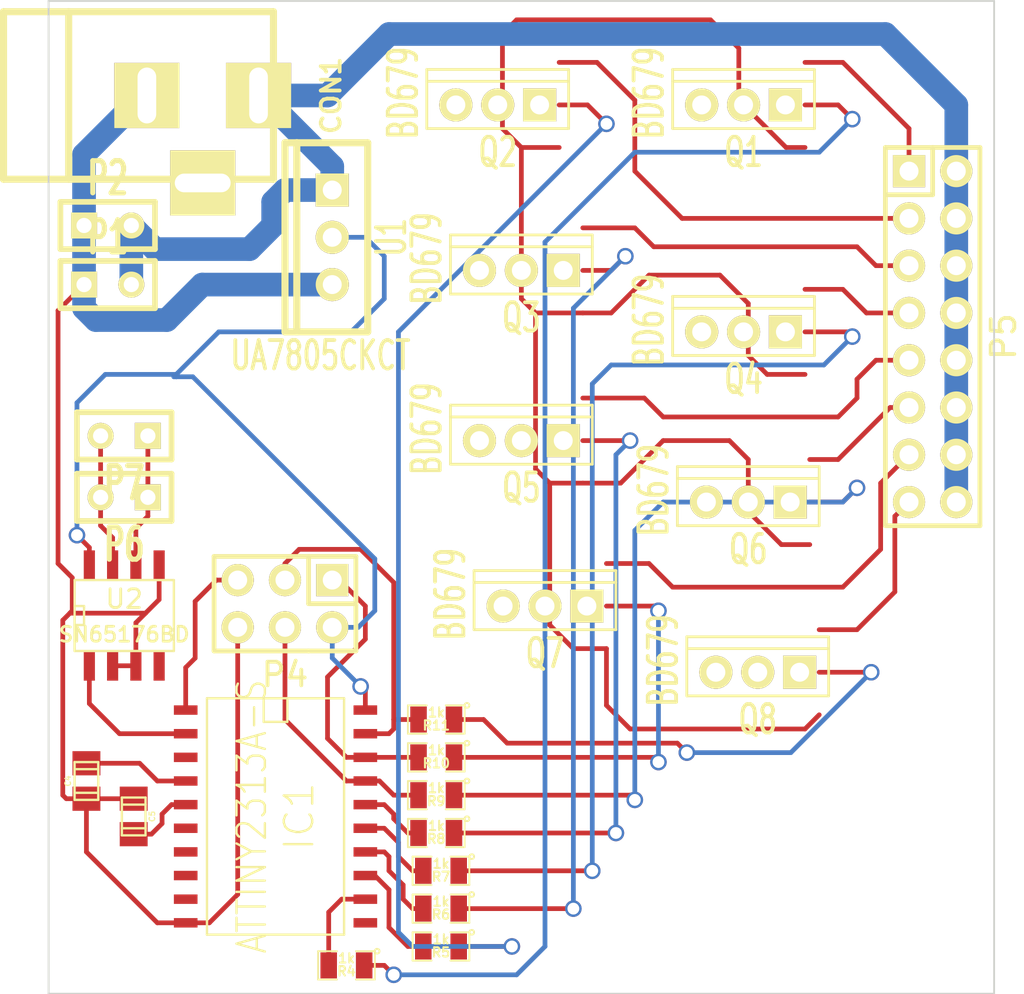
<source format=kicad_pcb>
(kicad_pcb (version 3) (host pcbnew "(2014-03-10 BZR 4741)-product")

  (general
    (links 67)
    (no_connects 30)
    (area 50.749999 50.749999 101.650001 104.190001)
    (thickness 1.6)
    (drawings 4)
    (tracks 285)
    (zones 0)
    (modules 28)
    (nets 42)
  )

  (page A4)
  (layers
    (15 F.Cu signal)
    (0 B.Cu signal)
    (16 B.Adhes user)
    (17 F.Adhes user)
    (18 B.Paste user)
    (19 F.Paste user)
    (20 B.SilkS user)
    (21 F.SilkS user)
    (22 B.Mask user)
    (23 F.Mask user)
    (24 Dwgs.User user)
    (25 Cmts.User user)
    (26 Eco1.User user)
    (27 Eco2.User user)
    (28 Edge.Cuts user)
  )

  (setup
    (last_trace_width 0.254)
    (trace_clearance 0.254)
    (zone_clearance 0.508)
    (zone_45_only no)
    (trace_min 0.254)
    (segment_width 0.2)
    (edge_width 0.1)
    (via_size 0.889)
    (via_drill 0.635)
    (via_min_size 0.889)
    (via_min_drill 0.508)
    (uvia_size 0.508)
    (uvia_drill 0.127)
    (uvias_allowed no)
    (uvia_min_size 0.508)
    (uvia_min_drill 0.127)
    (pcb_text_width 0.3)
    (pcb_text_size 1.5 1.5)
    (mod_edge_width 0.15)
    (mod_text_size 1 1)
    (mod_text_width 0.15)
    (pad_size 1.5 1.5)
    (pad_drill 0.6)
    (pad_to_mask_clearance 0)
    (aux_axis_origin 0 0)
    (visible_elements FFFFFF7F)
    (pcbplotparams
      (layerselection 3178497)
      (usegerberextensions true)
      (excludeedgelayer true)
      (linewidth 0.150000)
      (plotframeref false)
      (viasonmask false)
      (mode 1)
      (useauxorigin false)
      (hpglpennumber 1)
      (hpglpenspeed 20)
      (hpglpendiameter 15)
      (hpglpenoverlay 2)
      (psnegative false)
      (psa4output false)
      (plotreference true)
      (plotvalue true)
      (plotothertext true)
      (plotinvisibletext false)
      (padsonsilk false)
      (subtractmaskfromsilk false)
      (outputformat 1)
      (mirror false)
      (drillshape 1)
      (scaleselection 1)
      (outputdirectory ""))
  )

  (net 0 "")
  (net 1 +12V)
  (net 2 /MISO)
  (net 3 /MOSI)
  (net 4 /RESET)
  (net 5 /SCK)
  (net 6 GND)
  (net 7 "Net-(C4-Pad1)")
  (net 8 "Net-(C5-Pad1)")
  (net 9 "Net-(CON1-Pad3)")
  (net 10 "Net-(D1-Pad2)")
  (net 11 "Net-(D2-Pad2)")
  (net 12 "Net-(D3-Pad2)")
  (net 13 "Net-(IC1-Pad11)")
  (net 14 "Net-(IC1-Pad12)")
  (net 15 "Net-(IC1-Pad13)")
  (net 16 "Net-(IC1-Pad14)")
  (net 17 "Net-(IC1-Pad15)")
  (net 18 "Net-(IC1-Pad16)")
  (net 19 "Net-(IC1-Pad2)")
  (net 20 "Net-(IC1-Pad3)")
  (net 21 "Net-(IC1-Pad6)")
  (net 22 "Net-(IC1-Pad7)")
  (net 23 "Net-(IC1-Pad8)")
  (net 24 "Net-(IC1-Pad9)")
  (net 25 "Net-(P5-Pad11)")
  (net 26 "Net-(P5-Pad13)")
  (net 27 "Net-(P5-Pad15)")
  (net 28 "Net-(P5-Pad7)")
  (net 29 "Net-(P5-Pad9)")
  (net 30 "Net-(P6-Pad1)")
  (net 31 "Net-(P6-Pad2)")
  (net 32 "Net-(Q1-Pad3)")
  (net 33 "Net-(Q2-Pad3)")
  (net 34 "Net-(Q3-Pad3)")
  (net 35 "Net-(Q4-Pad3)")
  (net 36 "Net-(Q5-Pad3)")
  (net 37 "Net-(Q6-Pad3)")
  (net 38 "Net-(Q7-Pad3)")
  (net 39 "Net-(Q8-Pad3)")
  (net 40 "Net-(U2-Pad4)")
  (net 41 VCC)

  (net_class Default "This is the default net class."
    (clearance 0.254)
    (trace_width 0.254)
    (via_dia 0.889)
    (via_drill 0.635)
    (uvia_dia 0.508)
    (uvia_drill 0.127)
    (add_net "")
    (add_net "Net-(Q1-Pad3)")
    (add_net "Net-(Q2-Pad3)")
    (add_net "Net-(Q3-Pad3)")
    (add_net "Net-(Q4-Pad3)")
    (add_net "Net-(Q5-Pad3)")
    (add_net "Net-(Q6-Pad3)")
    (add_net "Net-(Q7-Pad3)")
    (add_net "Net-(Q8-Pad3)")
  )

  (net_class chunky ""
    (clearance 0.254)
    (trace_width 1.27)
    (via_dia 0.889)
    (via_drill 0.635)
    (uvia_dia 0.508)
    (uvia_drill 0.127)
    (add_net +12V)
  )

  (net_class signal ""
    (clearance 0.254)
    (trace_width 0.254)
    (via_dia 0.889)
    (via_drill 0.635)
    (uvia_dia 0.508)
    (uvia_drill 0.127)
    (add_net /MISO)
    (add_net /MOSI)
    (add_net /RESET)
    (add_net /SCK)
    (add_net GND)
    (add_net "Net-(C4-Pad1)")
    (add_net "Net-(C5-Pad1)")
    (add_net "Net-(CON1-Pad3)")
    (add_net "Net-(D1-Pad2)")
    (add_net "Net-(D2-Pad2)")
    (add_net "Net-(D3-Pad2)")
    (add_net "Net-(IC1-Pad11)")
    (add_net "Net-(IC1-Pad12)")
    (add_net "Net-(IC1-Pad13)")
    (add_net "Net-(IC1-Pad14)")
    (add_net "Net-(IC1-Pad15)")
    (add_net "Net-(IC1-Pad16)")
    (add_net "Net-(IC1-Pad2)")
    (add_net "Net-(IC1-Pad3)")
    (add_net "Net-(IC1-Pad6)")
    (add_net "Net-(IC1-Pad7)")
    (add_net "Net-(IC1-Pad8)")
    (add_net "Net-(IC1-Pad9)")
    (add_net "Net-(P5-Pad11)")
    (add_net "Net-(P5-Pad13)")
    (add_net "Net-(P5-Pad15)")
    (add_net "Net-(P5-Pad7)")
    (add_net "Net-(P5-Pad9)")
    (add_net "Net-(P6-Pad1)")
    (add_net "Net-(P6-Pad2)")
    (add_net "Net-(U2-Pad4)")
    (add_net VCC)
  )

  (module Capacitors_SMD:c_0805 (layer F.Cu) (tedit 53396CF2) (tstamp 53396DD2)
    (at 52.832 92.71 90)
    (descr "SMT capacitor, 0805")
    (path /533878B4)
    (fp_text reference C4 (at 0 -0.9906 90) (layer F.SilkS)
      (effects (font (size 0.29972 0.29972) (thickness 0.06096)))
    )
    (fp_text value 16pF (at 0 0.9906 90) (layer F.SilkS) hide
      (effects (font (size 0.29972 0.29972) (thickness 0.06096)))
    )
    (fp_line (start 0.635 -0.635) (end 0.635 0.635) (layer F.SilkS) (width 0.127))
    (fp_line (start -0.635 -0.635) (end -0.635 0.6096) (layer F.SilkS) (width 0.127))
    (fp_line (start -1.016 -0.635) (end 1.016 -0.635) (layer F.SilkS) (width 0.127))
    (fp_line (start 1.016 -0.635) (end 1.016 0.635) (layer F.SilkS) (width 0.127))
    (fp_line (start 1.016 0.635) (end -1.016 0.635) (layer F.SilkS) (width 0.127))
    (fp_line (start -1.016 0.635) (end -1.016 -0.635) (layer F.SilkS) (width 0.127))
    (pad 1 smd rect (at 0.9525 0 90) (size 1.30048 1.4986) (layers F.Cu F.Paste F.Mask)
      (net 7 "Net-(C4-Pad1)"))
    (pad 2 smd rect (at -0.9525 0 90) (size 1.30048 1.4986) (layers F.Cu F.Paste F.Mask)
      (net 6 GND))
    (model smd/capacitors/c_0805.wrl
      (at (xyz 0 0 0))
      (scale (xyz 1 1 1))
      (rotate (xyz 0 0 0))
    )
  )

  (module Capacitors_SMD:c_0805 (layer F.Cu) (tedit 53396CF2) (tstamp 53396DDE)
    (at 55.372 94.615 270)
    (descr "SMT capacitor, 0805")
    (path /5338788F)
    (fp_text reference C5 (at 0 -0.9906 270) (layer F.SilkS)
      (effects (font (size 0.29972 0.29972) (thickness 0.06096)))
    )
    (fp_text value 16pF (at 0 0.9906 270) (layer F.SilkS) hide
      (effects (font (size 0.29972 0.29972) (thickness 0.06096)))
    )
    (fp_line (start 0.635 -0.635) (end 0.635 0.635) (layer F.SilkS) (width 0.127))
    (fp_line (start -0.635 -0.635) (end -0.635 0.6096) (layer F.SilkS) (width 0.127))
    (fp_line (start -1.016 -0.635) (end 1.016 -0.635) (layer F.SilkS) (width 0.127))
    (fp_line (start 1.016 -0.635) (end 1.016 0.635) (layer F.SilkS) (width 0.127))
    (fp_line (start 1.016 0.635) (end -1.016 0.635) (layer F.SilkS) (width 0.127))
    (fp_line (start -1.016 0.635) (end -1.016 -0.635) (layer F.SilkS) (width 0.127))
    (pad 1 smd rect (at 0.9525 0 270) (size 1.30048 1.4986) (layers F.Cu F.Paste F.Mask)
      (net 8 "Net-(C5-Pad1)"))
    (pad 2 smd rect (at -0.9525 0 270) (size 1.30048 1.4986) (layers F.Cu F.Paste F.Mask)
      (net 6 GND))
    (model smd/capacitors/c_0805.wrl
      (at (xyz 0 0 0))
      (scale (xyz 1 1 1))
      (rotate (xyz 0 0 0))
    )
  )

  (module Connect:BARREL_JACK (layer F.Cu) (tedit 53396CF1) (tstamp 53396DEA)
    (at 55.88 55.88)
    (descr "DC Barrel Jack")
    (tags "Power Jack")
    (path /533879A3)
    (fp_text reference CON1 (at 10.09904 0 90) (layer F.SilkS)
      (effects (font (size 1.016 1.016) (thickness 0.2032)))
    )
    (fp_text value BARREL_JACK (at 0 -5.99948) (layer F.SilkS) hide
      (effects (font (size 1.016 1.016) (thickness 0.2032)))
    )
    (fp_line (start -4.0005 -4.50088) (end -4.0005 4.50088) (layer F.SilkS) (width 0.381))
    (fp_line (start -7.50062 -4.50088) (end -7.50062 4.50088) (layer F.SilkS) (width 0.381))
    (fp_line (start -7.50062 4.50088) (end 7.00024 4.50088) (layer F.SilkS) (width 0.381))
    (fp_line (start 7.00024 4.50088) (end 7.00024 -4.50088) (layer F.SilkS) (width 0.381))
    (fp_line (start 7.00024 -4.50088) (end -7.50062 -4.50088) (layer F.SilkS) (width 0.381))
    (pad 1 thru_hole rect (at 6.20014 0) (size 3.50012 3.50012) (drill oval 1.00076 2.99974) (layers *.Cu *.Mask F.SilkS)
      (net 1 +12V))
    (pad 2 thru_hole rect (at 0.20066 0) (size 3.50012 3.50012) (drill oval 1.00076 2.99974) (layers *.Cu *.Mask F.SilkS)
      (net 6 GND))
    (pad 3 thru_hole rect (at 3.2004 4.699) (size 3.50012 3.50012) (drill oval 2.99974 1.00076) (layers *.Cu *.Mask F.SilkS)
      (net 9 "Net-(CON1-Pad3)"))
  )

  (module SMD_Packages:SO20L (layer F.Cu) (tedit 53396CED) (tstamp 53396E09)
    (at 62.992 94.615 270)
    (descr "Cms SOJ 20 pins large")
    (tags "CMS SOJ")
    (path /5338669E)
    (attr smd)
    (fp_text reference IC1 (at 0 -1.27 270) (layer F.SilkS)
      (effects (font (thickness 0.127)))
    )
    (fp_text value ATTINY2313A-S (at 0 1.27 270) (layer F.SilkS)
      (effects (font (size 1.524 1.27) (thickness 0.127)))
    )
    (fp_line (start 6.35 3.683) (end 6.35 -3.683) (layer F.SilkS) (width 0.127))
    (fp_line (start -6.35 -3.683) (end -6.35 3.683) (layer F.SilkS) (width 0.127))
    (fp_line (start 6.35 3.683) (end -6.35 3.683) (layer F.SilkS) (width 0.127))
    (fp_line (start -6.35 -3.683) (end 6.35 -3.683) (layer F.SilkS) (width 0.127))
    (fp_line (start -6.35 -0.635) (end -5.08 -0.635) (layer F.SilkS) (width 0.127))
    (fp_line (start -5.08 -0.635) (end -5.08 0.635) (layer F.SilkS) (width 0.127))
    (fp_line (start -5.08 0.635) (end -6.35 0.635) (layer F.SilkS) (width 0.127))
    (pad 11 smd rect (at 5.715 -4.826 270) (size 0.508 1.27) (layers F.Cu F.Paste F.Mask)
      (net 13 "Net-(IC1-Pad11)"))
    (pad 12 smd rect (at 4.445 -4.826 270) (size 0.508 1.27) (layers F.Cu F.Paste F.Mask)
      (net 14 "Net-(IC1-Pad12)"))
    (pad 13 smd rect (at 3.175 -4.826 270) (size 0.508 1.27) (layers F.Cu F.Paste F.Mask)
      (net 15 "Net-(IC1-Pad13)"))
    (pad 14 smd rect (at 1.905 -4.826 270) (size 0.508 1.27) (layers F.Cu F.Paste F.Mask)
      (net 16 "Net-(IC1-Pad14)"))
    (pad 15 smd rect (at 0.635 -4.826 270) (size 0.508 1.27) (layers F.Cu F.Paste F.Mask)
      (net 17 "Net-(IC1-Pad15)"))
    (pad 16 smd rect (at -0.635 -4.826 270) (size 0.508 1.27) (layers F.Cu F.Paste F.Mask)
      (net 18 "Net-(IC1-Pad16)"))
    (pad 17 smd rect (at -1.905 -4.826 270) (size 0.508 1.27) (layers F.Cu F.Paste F.Mask)
      (net 3 /MOSI))
    (pad 18 smd rect (at -3.175 -4.826 270) (size 0.508 1.27) (layers F.Cu F.Paste F.Mask)
      (net 2 /MISO))
    (pad 19 smd rect (at -4.445 -4.826 270) (size 0.508 1.27) (layers F.Cu F.Paste F.Mask)
      (net 5 /SCK))
    (pad 20 smd rect (at -5.715 -4.826 270) (size 0.508 1.27) (layers F.Cu F.Paste F.Mask)
      (net 41 VCC))
    (pad 1 smd rect (at -5.715 4.826 270) (size 0.508 1.27) (layers F.Cu F.Paste F.Mask)
      (net 4 /RESET))
    (pad 2 smd rect (at -4.445 4.826 270) (size 0.508 1.27) (layers F.Cu F.Paste F.Mask)
      (net 19 "Net-(IC1-Pad2)"))
    (pad 3 smd rect (at -3.175 4.826 270) (size 0.508 1.27) (layers F.Cu F.Paste F.Mask)
      (net 20 "Net-(IC1-Pad3)"))
    (pad 4 smd rect (at -1.905 4.826 270) (size 0.508 1.27) (layers F.Cu F.Paste F.Mask)
      (net 7 "Net-(C4-Pad1)"))
    (pad 5 smd rect (at -0.635 4.826 270) (size 0.508 1.27) (layers F.Cu F.Paste F.Mask)
      (net 8 "Net-(C5-Pad1)"))
    (pad 6 smd rect (at 0.635 4.826 270) (size 0.508 1.27) (layers F.Cu F.Paste F.Mask)
      (net 21 "Net-(IC1-Pad6)"))
    (pad 7 smd rect (at 1.905 4.826 270) (size 0.508 1.27) (layers F.Cu F.Paste F.Mask)
      (net 22 "Net-(IC1-Pad7)"))
    (pad 8 smd rect (at 3.175 4.826 270) (size 0.508 1.27) (layers F.Cu F.Paste F.Mask)
      (net 23 "Net-(IC1-Pad8)"))
    (pad 9 smd rect (at 4.445 4.826 270) (size 0.508 1.27) (layers F.Cu F.Paste F.Mask)
      (net 24 "Net-(IC1-Pad9)"))
    (pad 10 smd rect (at 5.715 4.826 270) (size 0.508 1.27) (layers F.Cu F.Paste F.Mask)
      (net 6 GND))
    (model smd/cms_so20.wrl
      (at (xyz 0 0 0))
      (scale (xyz 0.5 0.6 0.5))
      (rotate (xyz 0 0 0))
    )
  )

  (module Connect:SIL-2 (layer F.Cu) (tedit 53396CF1) (tstamp 53396E13)
    (at 53.975 66.04)
    (descr "Connecteurs 2 pins")
    (tags "CONN DEV")
    (path /5338B71A)
    (fp_text reference P1 (at 0 -2.54) (layer F.SilkS)
      (effects (font (size 1.72974 1.08712) (thickness 0.3048)))
    )
    (fp_text value MOLEX (at 0 -2.54) (layer F.SilkS) hide
      (effects (font (size 1.524 1.016) (thickness 0.3048)))
    )
    (fp_line (start -2.54 1.27) (end -2.54 -1.27) (layer F.SilkS) (width 0.3048))
    (fp_line (start -2.54 -1.27) (end 2.54 -1.27) (layer F.SilkS) (width 0.3048))
    (fp_line (start 2.54 -1.27) (end 2.54 1.27) (layer F.SilkS) (width 0.3048))
    (fp_line (start 2.54 1.27) (end -2.54 1.27) (layer F.SilkS) (width 0.3048))
    (pad 1 thru_hole rect (at -1.27 0) (size 1.397 1.397) (drill 0.8128) (layers *.Cu *.Mask F.SilkS)
      (net 6 GND))
    (pad 2 thru_hole circle (at 1.27 0) (size 1.397 1.397) (drill 0.8128) (layers *.Cu *.Mask F.SilkS)
      (net 1 +12V))
  )

  (module Connect:SIL-2 (layer F.Cu) (tedit 53396CF1) (tstamp 53396E1D)
    (at 53.975 62.865)
    (descr "Connecteurs 2 pins")
    (tags "CONN DEV")
    (path /5338B738)
    (fp_text reference P2 (at 0 -2.54) (layer F.SilkS)
      (effects (font (size 1.72974 1.08712) (thickness 0.3048)))
    )
    (fp_text value MOLEX (at 0 -2.54) (layer F.SilkS) hide
      (effects (font (size 1.524 1.016) (thickness 0.3048)))
    )
    (fp_line (start -2.54 1.27) (end -2.54 -1.27) (layer F.SilkS) (width 0.3048))
    (fp_line (start -2.54 -1.27) (end 2.54 -1.27) (layer F.SilkS) (width 0.3048))
    (fp_line (start 2.54 -1.27) (end 2.54 1.27) (layer F.SilkS) (width 0.3048))
    (fp_line (start 2.54 1.27) (end -2.54 1.27) (layer F.SilkS) (width 0.3048))
    (pad 1 thru_hole rect (at -1.27 0) (size 1.397 1.397) (drill 0.8128) (layers *.Cu *.Mask F.SilkS)
      (net 6 GND))
    (pad 2 thru_hole circle (at 1.27 0) (size 1.397 1.397) (drill 0.8128) (layers *.Cu *.Mask F.SilkS)
      (net 1 +12V))
  )

  (module Pin_Headers:Pin_Header_Straight_2x03 (layer F.Cu) (tedit 53396CEF) (tstamp 53396E2F)
    (at 63.5 83.185 180)
    (descr "1 pin")
    (tags "CONN DEV")
    (path /5338C872)
    (fp_text reference P4 (at 0 -3.81 180) (layer F.SilkS)
      (effects (font (size 1.27 1.27) (thickness 0.2032)))
    )
    (fp_text value ICSP (at 0 0 180) (layer F.SilkS) hide
      (effects (font (size 1.27 1.27) (thickness 0.2032)))
    )
    (fp_line (start -3.81 0) (end -1.27 0) (layer F.SilkS) (width 0.254))
    (fp_line (start -1.27 0) (end -1.27 2.54) (layer F.SilkS) (width 0.254))
    (fp_line (start -3.81 2.54) (end 3.81 2.54) (layer F.SilkS) (width 0.254))
    (fp_line (start 3.81 2.54) (end 3.81 -2.54) (layer F.SilkS) (width 0.254))
    (fp_line (start 3.81 -2.54) (end -1.27 -2.54) (layer F.SilkS) (width 0.254))
    (fp_line (start -3.81 2.54) (end -3.81 0) (layer F.SilkS) (width 0.254))
    (fp_line (start -3.81 -2.54) (end -3.81 0) (layer F.SilkS) (width 0.254))
    (fp_line (start -1.27 -2.54) (end -3.81 -2.54) (layer F.SilkS) (width 0.254))
    (pad 1 thru_hole rect (at -2.54 1.27 180) (size 1.7272 1.7272) (drill 1.016) (layers *.Cu *.Mask F.SilkS)
      (net 2 /MISO))
    (pad 2 thru_hole oval (at -2.54 -1.27 180) (size 1.7272 1.7272) (drill 1.016) (layers *.Cu *.Mask F.SilkS)
      (net 41 VCC))
    (pad 3 thru_hole oval (at 0 1.27 180) (size 1.7272 1.7272) (drill 1.016) (layers *.Cu *.Mask F.SilkS)
      (net 5 /SCK))
    (pad 4 thru_hole oval (at 0 -1.27 180) (size 1.7272 1.7272) (drill 1.016) (layers *.Cu *.Mask F.SilkS)
      (net 3 /MOSI))
    (pad 5 thru_hole oval (at 2.54 1.27 180) (size 1.7272 1.7272) (drill 1.016) (layers *.Cu *.Mask F.SilkS)
      (net 4 /RESET))
    (pad 6 thru_hole oval (at 2.54 -1.27 180) (size 1.7272 1.7272) (drill 1.016) (layers *.Cu *.Mask F.SilkS)
      (net 6 GND))
    (model Pin_Headers/Pin_Header_Straight_2x03.wrl
      (at (xyz 0 0 0))
      (scale (xyz 1 1 1))
      (rotate (xyz 0 0 0))
    )
  )

  (module Pin_Headers:Pin_Header_Straight_2x08 (layer F.Cu) (tedit 53396CEF) (tstamp 53396E4B)
    (at 98.298 68.834 270)
    (descr "1 pin")
    (tags "CONN DEV")
    (path /5338D875)
    (fp_text reference P5 (at 0 -3.81 270) (layer F.SilkS)
      (effects (font (size 1.27 1.27) (thickness 0.2032)))
    )
    (fp_text value OUTPUTS (at 0 0 270) (layer F.SilkS) hide
      (effects (font (size 1.27 1.27) (thickness 0.2032)))
    )
    (fp_line (start 10.16 -2.54) (end -10.16 -2.54) (layer F.SilkS) (width 0.254))
    (fp_line (start -7.62 2.54) (end 10.16 2.54) (layer F.SilkS) (width 0.254))
    (fp_line (start 10.16 -2.54) (end 10.16 2.54) (layer F.SilkS) (width 0.254))
    (fp_line (start -10.16 -2.54) (end -10.16 0) (layer F.SilkS) (width 0.254))
    (fp_line (start -10.16 2.54) (end -7.62 2.54) (layer F.SilkS) (width 0.254))
    (fp_line (start -10.16 0) (end -7.62 0) (layer F.SilkS) (width 0.254))
    (fp_line (start -7.62 0) (end -7.62 2.54) (layer F.SilkS) (width 0.254))
    (fp_line (start -10.16 2.54) (end -10.16 0) (layer F.SilkS) (width 0.254))
    (pad 1 thru_hole rect (at -8.89 1.27 270) (size 1.7272 1.7272) (drill 1.016) (layers *.Cu *.Mask F.SilkS)
      (net 10 "Net-(D1-Pad2)"))
    (pad 2 thru_hole oval (at -8.89 -1.27 270) (size 1.7272 1.7272) (drill 1.016) (layers *.Cu *.Mask F.SilkS)
      (net 1 +12V))
    (pad 3 thru_hole oval (at -6.35 1.27 270) (size 1.7272 1.7272) (drill 1.016) (layers *.Cu *.Mask F.SilkS)
      (net 11 "Net-(D2-Pad2)"))
    (pad 4 thru_hole oval (at -6.35 -1.27 270) (size 1.7272 1.7272) (drill 1.016) (layers *.Cu *.Mask F.SilkS)
      (net 1 +12V))
    (pad 5 thru_hole oval (at -3.81 1.27 270) (size 1.7272 1.7272) (drill 1.016) (layers *.Cu *.Mask F.SilkS)
      (net 12 "Net-(D3-Pad2)"))
    (pad 6 thru_hole oval (at -3.81 -1.27 270) (size 1.7272 1.7272) (drill 1.016) (layers *.Cu *.Mask F.SilkS)
      (net 1 +12V))
    (pad 7 thru_hole oval (at -1.27 1.27 270) (size 1.7272 1.7272) (drill 1.016) (layers *.Cu *.Mask F.SilkS)
      (net 28 "Net-(P5-Pad7)"))
    (pad 8 thru_hole oval (at -1.27 -1.27 270) (size 1.7272 1.7272) (drill 1.016) (layers *.Cu *.Mask F.SilkS)
      (net 1 +12V))
    (pad 9 thru_hole oval (at 1.27 1.27 270) (size 1.7272 1.7272) (drill 1.016) (layers *.Cu *.Mask F.SilkS)
      (net 29 "Net-(P5-Pad9)"))
    (pad 10 thru_hole oval (at 1.27 -1.27 270) (size 1.7272 1.7272) (drill 1.016) (layers *.Cu *.Mask F.SilkS)
      (net 1 +12V))
    (pad 11 thru_hole oval (at 3.81 1.27 270) (size 1.7272 1.7272) (drill 1.016) (layers *.Cu *.Mask F.SilkS)
      (net 25 "Net-(P5-Pad11)"))
    (pad 12 thru_hole oval (at 3.81 -1.27 270) (size 1.7272 1.7272) (drill 1.016) (layers *.Cu *.Mask F.SilkS)
      (net 1 +12V))
    (pad 13 thru_hole oval (at 6.35 1.27 270) (size 1.7272 1.7272) (drill 1.016) (layers *.Cu *.Mask F.SilkS)
      (net 26 "Net-(P5-Pad13)"))
    (pad 14 thru_hole oval (at 6.35 -1.27 270) (size 1.7272 1.7272) (drill 1.016) (layers *.Cu *.Mask F.SilkS)
      (net 1 +12V))
    (pad 15 thru_hole oval (at 8.89 1.27 270) (size 1.7272 1.7272) (drill 1.016) (layers *.Cu *.Mask F.SilkS)
      (net 27 "Net-(P5-Pad15)"))
    (pad 16 thru_hole oval (at 8.89 -1.27 270) (size 1.7272 1.7272) (drill 1.016) (layers *.Cu *.Mask F.SilkS)
      (net 1 +12V))
    (model Pin_Headers/Pin_Header_Straight_2x08.wrl
      (at (xyz 0 0 0))
      (scale (xyz 1 1 1))
      (rotate (xyz 0 0 0))
    )
  )

  (module Connect:SIL-2 (layer F.Cu) (tedit 53396CF1) (tstamp 53396E55)
    (at 54.864 77.47 180)
    (descr "Connecteurs 2 pins")
    (tags "CONN DEV")
    (path /5338950E)
    (fp_text reference P6 (at 0 -2.54 180) (layer F.SilkS)
      (effects (font (size 1.72974 1.08712) (thickness 0.3048)))
    )
    (fp_text value BUS (at 0 -2.54 180) (layer F.SilkS) hide
      (effects (font (size 1.524 1.016) (thickness 0.3048)))
    )
    (fp_line (start -2.54 1.27) (end -2.54 -1.27) (layer F.SilkS) (width 0.3048))
    (fp_line (start -2.54 -1.27) (end 2.54 -1.27) (layer F.SilkS) (width 0.3048))
    (fp_line (start 2.54 -1.27) (end 2.54 1.27) (layer F.SilkS) (width 0.3048))
    (fp_line (start 2.54 1.27) (end -2.54 1.27) (layer F.SilkS) (width 0.3048))
    (pad 1 thru_hole rect (at -1.27 0 180) (size 1.397 1.397) (drill 0.8128) (layers *.Cu *.Mask F.SilkS)
      (net 30 "Net-(P6-Pad1)"))
    (pad 2 thru_hole circle (at 1.27 0 180) (size 1.397 1.397) (drill 0.8128) (layers *.Cu *.Mask F.SilkS)
      (net 31 "Net-(P6-Pad2)"))
  )

  (module SMD_Packages:SM0805 (layer F.Cu) (tedit 53396CED) (tstamp 53396EE2)
    (at 66.802 102.616 180)
    (path /533877F8)
    (attr smd)
    (fp_text reference R4 (at 0 -0.3175 180) (layer F.SilkS)
      (effects (font (size 0.50038 0.50038) (thickness 0.10922)))
    )
    (fp_text value 1k (at 0 0.381 180) (layer F.SilkS)
      (effects (font (size 0.50038 0.50038) (thickness 0.10922)))
    )
    (fp_circle (center -1.651 0.762) (end -1.651 0.635) (layer F.SilkS) (width 0.09906))
    (fp_line (start -0.508 0.762) (end -1.524 0.762) (layer F.SilkS) (width 0.09906))
    (fp_line (start -1.524 0.762) (end -1.524 -0.762) (layer F.SilkS) (width 0.09906))
    (fp_line (start -1.524 -0.762) (end -0.508 -0.762) (layer F.SilkS) (width 0.09906))
    (fp_line (start 0.508 -0.762) (end 1.524 -0.762) (layer F.SilkS) (width 0.09906))
    (fp_line (start 1.524 -0.762) (end 1.524 0.762) (layer F.SilkS) (width 0.09906))
    (fp_line (start 1.524 0.762) (end 0.508 0.762) (layer F.SilkS) (width 0.09906))
    (pad 1 smd rect (at -0.9525 0 180) (size 0.889 1.397) (layers F.Cu F.Paste F.Mask)
      (net 32 "Net-(Q1-Pad3)"))
    (pad 2 smd rect (at 0.9525 0 180) (size 0.889 1.397) (layers F.Cu F.Paste F.Mask)
      (net 14 "Net-(IC1-Pad12)"))
    (model smd/chip_cms.wrl
      (at (xyz 0 0 0))
      (scale (xyz 0.1 0.1 0.1))
      (rotate (xyz 0 0 0))
    )
  )

  (module SMD_Packages:SM0805 (layer F.Cu) (tedit 53396CED) (tstamp 53396EEF)
    (at 71.882 101.6 180)
    (path /53387FC9)
    (attr smd)
    (fp_text reference R5 (at 0 -0.3175 180) (layer F.SilkS)
      (effects (font (size 0.50038 0.50038) (thickness 0.10922)))
    )
    (fp_text value 1k (at 0 0.381 180) (layer F.SilkS)
      (effects (font (size 0.50038 0.50038) (thickness 0.10922)))
    )
    (fp_circle (center -1.651 0.762) (end -1.651 0.635) (layer F.SilkS) (width 0.09906))
    (fp_line (start -0.508 0.762) (end -1.524 0.762) (layer F.SilkS) (width 0.09906))
    (fp_line (start -1.524 0.762) (end -1.524 -0.762) (layer F.SilkS) (width 0.09906))
    (fp_line (start -1.524 -0.762) (end -0.508 -0.762) (layer F.SilkS) (width 0.09906))
    (fp_line (start 0.508 -0.762) (end 1.524 -0.762) (layer F.SilkS) (width 0.09906))
    (fp_line (start 1.524 -0.762) (end 1.524 0.762) (layer F.SilkS) (width 0.09906))
    (fp_line (start 1.524 0.762) (end 0.508 0.762) (layer F.SilkS) (width 0.09906))
    (pad 1 smd rect (at -0.9525 0 180) (size 0.889 1.397) (layers F.Cu F.Paste F.Mask)
      (net 33 "Net-(Q2-Pad3)"))
    (pad 2 smd rect (at 0.9525 0 180) (size 0.889 1.397) (layers F.Cu F.Paste F.Mask)
      (net 15 "Net-(IC1-Pad13)"))
    (model smd/chip_cms.wrl
      (at (xyz 0 0 0))
      (scale (xyz 0.1 0.1 0.1))
      (rotate (xyz 0 0 0))
    )
  )

  (module SMD_Packages:SM0805 (layer F.Cu) (tedit 53396CED) (tstamp 53396EFC)
    (at 71.882 99.568 180)
    (path /53387FDD)
    (attr smd)
    (fp_text reference R6 (at 0 -0.3175 180) (layer F.SilkS)
      (effects (font (size 0.50038 0.50038) (thickness 0.10922)))
    )
    (fp_text value 1k (at 0 0.381 180) (layer F.SilkS)
      (effects (font (size 0.50038 0.50038) (thickness 0.10922)))
    )
    (fp_circle (center -1.651 0.762) (end -1.651 0.635) (layer F.SilkS) (width 0.09906))
    (fp_line (start -0.508 0.762) (end -1.524 0.762) (layer F.SilkS) (width 0.09906))
    (fp_line (start -1.524 0.762) (end -1.524 -0.762) (layer F.SilkS) (width 0.09906))
    (fp_line (start -1.524 -0.762) (end -0.508 -0.762) (layer F.SilkS) (width 0.09906))
    (fp_line (start 0.508 -0.762) (end 1.524 -0.762) (layer F.SilkS) (width 0.09906))
    (fp_line (start 1.524 -0.762) (end 1.524 0.762) (layer F.SilkS) (width 0.09906))
    (fp_line (start 1.524 0.762) (end 0.508 0.762) (layer F.SilkS) (width 0.09906))
    (pad 1 smd rect (at -0.9525 0 180) (size 0.889 1.397) (layers F.Cu F.Paste F.Mask)
      (net 34 "Net-(Q3-Pad3)"))
    (pad 2 smd rect (at 0.9525 0 180) (size 0.889 1.397) (layers F.Cu F.Paste F.Mask)
      (net 16 "Net-(IC1-Pad14)"))
    (model smd/chip_cms.wrl
      (at (xyz 0 0 0))
      (scale (xyz 0.1 0.1 0.1))
      (rotate (xyz 0 0 0))
    )
  )

  (module SMD_Packages:SM0805 (layer F.Cu) (tedit 53396CED) (tstamp 53396F09)
    (at 71.882 97.536 180)
    (path /53387FF1)
    (attr smd)
    (fp_text reference R7 (at 0 -0.3175 180) (layer F.SilkS)
      (effects (font (size 0.50038 0.50038) (thickness 0.10922)))
    )
    (fp_text value 1k (at 0 0.381 180) (layer F.SilkS)
      (effects (font (size 0.50038 0.50038) (thickness 0.10922)))
    )
    (fp_circle (center -1.651 0.762) (end -1.651 0.635) (layer F.SilkS) (width 0.09906))
    (fp_line (start -0.508 0.762) (end -1.524 0.762) (layer F.SilkS) (width 0.09906))
    (fp_line (start -1.524 0.762) (end -1.524 -0.762) (layer F.SilkS) (width 0.09906))
    (fp_line (start -1.524 -0.762) (end -0.508 -0.762) (layer F.SilkS) (width 0.09906))
    (fp_line (start 0.508 -0.762) (end 1.524 -0.762) (layer F.SilkS) (width 0.09906))
    (fp_line (start 1.524 -0.762) (end 1.524 0.762) (layer F.SilkS) (width 0.09906))
    (fp_line (start 1.524 0.762) (end 0.508 0.762) (layer F.SilkS) (width 0.09906))
    (pad 1 smd rect (at -0.9525 0 180) (size 0.889 1.397) (layers F.Cu F.Paste F.Mask)
      (net 35 "Net-(Q4-Pad3)"))
    (pad 2 smd rect (at 0.9525 0 180) (size 0.889 1.397) (layers F.Cu F.Paste F.Mask)
      (net 17 "Net-(IC1-Pad15)"))
    (model smd/chip_cms.wrl
      (at (xyz 0 0 0))
      (scale (xyz 0.1 0.1 0.1))
      (rotate (xyz 0 0 0))
    )
  )

  (module SMD_Packages:SM0805 (layer F.Cu) (tedit 53396CED) (tstamp 53396F16)
    (at 71.628 95.504 180)
    (path /53388005)
    (attr smd)
    (fp_text reference R8 (at 0 -0.3175 180) (layer F.SilkS)
      (effects (font (size 0.50038 0.50038) (thickness 0.10922)))
    )
    (fp_text value 1k (at 0 0.381 180) (layer F.SilkS)
      (effects (font (size 0.50038 0.50038) (thickness 0.10922)))
    )
    (fp_circle (center -1.651 0.762) (end -1.651 0.635) (layer F.SilkS) (width 0.09906))
    (fp_line (start -0.508 0.762) (end -1.524 0.762) (layer F.SilkS) (width 0.09906))
    (fp_line (start -1.524 0.762) (end -1.524 -0.762) (layer F.SilkS) (width 0.09906))
    (fp_line (start -1.524 -0.762) (end -0.508 -0.762) (layer F.SilkS) (width 0.09906))
    (fp_line (start 0.508 -0.762) (end 1.524 -0.762) (layer F.SilkS) (width 0.09906))
    (fp_line (start 1.524 -0.762) (end 1.524 0.762) (layer F.SilkS) (width 0.09906))
    (fp_line (start 1.524 0.762) (end 0.508 0.762) (layer F.SilkS) (width 0.09906))
    (pad 1 smd rect (at -0.9525 0 180) (size 0.889 1.397) (layers F.Cu F.Paste F.Mask)
      (net 36 "Net-(Q5-Pad3)"))
    (pad 2 smd rect (at 0.9525 0 180) (size 0.889 1.397) (layers F.Cu F.Paste F.Mask)
      (net 18 "Net-(IC1-Pad16)"))
    (model smd/chip_cms.wrl
      (at (xyz 0 0 0))
      (scale (xyz 0.1 0.1 0.1))
      (rotate (xyz 0 0 0))
    )
  )

  (module SMD_Packages:SM0805 (layer F.Cu) (tedit 53396CED) (tstamp 53396F23)
    (at 71.628 93.472 180)
    (path /53388019)
    (attr smd)
    (fp_text reference R9 (at 0 -0.3175 180) (layer F.SilkS)
      (effects (font (size 0.50038 0.50038) (thickness 0.10922)))
    )
    (fp_text value 1k (at 0 0.381 180) (layer F.SilkS)
      (effects (font (size 0.50038 0.50038) (thickness 0.10922)))
    )
    (fp_circle (center -1.651 0.762) (end -1.651 0.635) (layer F.SilkS) (width 0.09906))
    (fp_line (start -0.508 0.762) (end -1.524 0.762) (layer F.SilkS) (width 0.09906))
    (fp_line (start -1.524 0.762) (end -1.524 -0.762) (layer F.SilkS) (width 0.09906))
    (fp_line (start -1.524 -0.762) (end -0.508 -0.762) (layer F.SilkS) (width 0.09906))
    (fp_line (start 0.508 -0.762) (end 1.524 -0.762) (layer F.SilkS) (width 0.09906))
    (fp_line (start 1.524 -0.762) (end 1.524 0.762) (layer F.SilkS) (width 0.09906))
    (fp_line (start 1.524 0.762) (end 0.508 0.762) (layer F.SilkS) (width 0.09906))
    (pad 1 smd rect (at -0.9525 0 180) (size 0.889 1.397) (layers F.Cu F.Paste F.Mask)
      (net 37 "Net-(Q6-Pad3)"))
    (pad 2 smd rect (at 0.9525 0 180) (size 0.889 1.397) (layers F.Cu F.Paste F.Mask)
      (net 3 /MOSI))
    (model smd/chip_cms.wrl
      (at (xyz 0 0 0))
      (scale (xyz 0.1 0.1 0.1))
      (rotate (xyz 0 0 0))
    )
  )

  (module SMD_Packages:SM0805 (layer F.Cu) (tedit 53396CED) (tstamp 53396F30)
    (at 71.628 91.44 180)
    (path /5338802D)
    (attr smd)
    (fp_text reference R10 (at 0 -0.3175 180) (layer F.SilkS)
      (effects (font (size 0.50038 0.50038) (thickness 0.10922)))
    )
    (fp_text value 1k (at 0 0.381 180) (layer F.SilkS)
      (effects (font (size 0.50038 0.50038) (thickness 0.10922)))
    )
    (fp_circle (center -1.651 0.762) (end -1.651 0.635) (layer F.SilkS) (width 0.09906))
    (fp_line (start -0.508 0.762) (end -1.524 0.762) (layer F.SilkS) (width 0.09906))
    (fp_line (start -1.524 0.762) (end -1.524 -0.762) (layer F.SilkS) (width 0.09906))
    (fp_line (start -1.524 -0.762) (end -0.508 -0.762) (layer F.SilkS) (width 0.09906))
    (fp_line (start 0.508 -0.762) (end 1.524 -0.762) (layer F.SilkS) (width 0.09906))
    (fp_line (start 1.524 -0.762) (end 1.524 0.762) (layer F.SilkS) (width 0.09906))
    (fp_line (start 1.524 0.762) (end 0.508 0.762) (layer F.SilkS) (width 0.09906))
    (pad 1 smd rect (at -0.9525 0 180) (size 0.889 1.397) (layers F.Cu F.Paste F.Mask)
      (net 38 "Net-(Q7-Pad3)"))
    (pad 2 smd rect (at 0.9525 0 180) (size 0.889 1.397) (layers F.Cu F.Paste F.Mask)
      (net 2 /MISO))
    (model smd/chip_cms.wrl
      (at (xyz 0 0 0))
      (scale (xyz 0.1 0.1 0.1))
      (rotate (xyz 0 0 0))
    )
  )

  (module SMD_Packages:SM0805 (layer F.Cu) (tedit 53396CED) (tstamp 53396F3D)
    (at 71.628 89.408 180)
    (path /53388041)
    (attr smd)
    (fp_text reference R11 (at 0 -0.3175 180) (layer F.SilkS)
      (effects (font (size 0.50038 0.50038) (thickness 0.10922)))
    )
    (fp_text value 1k (at 0 0.381 180) (layer F.SilkS)
      (effects (font (size 0.50038 0.50038) (thickness 0.10922)))
    )
    (fp_circle (center -1.651 0.762) (end -1.651 0.635) (layer F.SilkS) (width 0.09906))
    (fp_line (start -0.508 0.762) (end -1.524 0.762) (layer F.SilkS) (width 0.09906))
    (fp_line (start -1.524 0.762) (end -1.524 -0.762) (layer F.SilkS) (width 0.09906))
    (fp_line (start -1.524 -0.762) (end -0.508 -0.762) (layer F.SilkS) (width 0.09906))
    (fp_line (start 0.508 -0.762) (end 1.524 -0.762) (layer F.SilkS) (width 0.09906))
    (fp_line (start 1.524 -0.762) (end 1.524 0.762) (layer F.SilkS) (width 0.09906))
    (fp_line (start 1.524 0.762) (end 0.508 0.762) (layer F.SilkS) (width 0.09906))
    (pad 1 smd rect (at -0.9525 0 180) (size 0.889 1.397) (layers F.Cu F.Paste F.Mask)
      (net 39 "Net-(Q8-Pad3)"))
    (pad 2 smd rect (at 0.9525 0 180) (size 0.889 1.397) (layers F.Cu F.Paste F.Mask)
      (net 5 /SCK))
    (model smd/chip_cms.wrl
      (at (xyz 0 0 0))
      (scale (xyz 0.1 0.1 0.1))
      (rotate (xyz 0 0 0))
    )
  )

  (module Discret:TO220_VERT (layer F.Cu) (tedit 53396CF0) (tstamp 53396F4B)
    (at 66.04 63.5 180)
    (descr "Regulateur TO220 serie LM78xx")
    (tags "TR TO220")
    (path /53386F94)
    (fp_text reference U1 (at -3.175 0 270) (layer F.SilkS)
      (effects (font (size 1.524 1.016) (thickness 0.2032)))
    )
    (fp_text value UA7805CKCT (at 0.635 -6.35 180) (layer F.SilkS)
      (effects (font (size 1.524 1.016) (thickness 0.2032)))
    )
    (fp_line (start 1.905 -5.08) (end 2.54 -5.08) (layer F.SilkS) (width 0.381))
    (fp_line (start 2.54 -5.08) (end 2.54 5.08) (layer F.SilkS) (width 0.381))
    (fp_line (start 2.54 5.08) (end 1.905 5.08) (layer F.SilkS) (width 0.381))
    (fp_line (start -1.905 -5.08) (end 1.905 -5.08) (layer F.SilkS) (width 0.381))
    (fp_line (start 1.905 -5.08) (end 1.905 5.08) (layer F.SilkS) (width 0.381))
    (fp_line (start 1.905 5.08) (end -1.905 5.08) (layer F.SilkS) (width 0.381))
    (fp_line (start -1.905 5.08) (end -1.905 -5.08) (layer F.SilkS) (width 0.381))
    (pad 2 thru_hole circle (at 0 -2.54 180) (size 1.778 1.778) (drill 1.016) (layers *.Cu *.Mask F.SilkS)
      (net 6 GND))
    (pad 3 thru_hole circle (at 0 0 180) (size 1.778 1.778) (drill 1.016) (layers *.Cu *.Mask F.SilkS)
      (net 41 VCC))
    (pad 1 thru_hole rect (at 0 2.54 180) (size 1.778 1.778) (drill 1.016) (layers *.Cu *.Mask F.SilkS)
      (net 1 +12V))
  )

  (module SOIC_Packages:SOIC-8_N (layer F.Cu) (tedit 53396CEC) (tstamp 5339756F)
    (at 54.864 83.82)
    (descr "module CMS SOJ 8 pins etroit")
    (tags "CMS SOJ")
    (path /53386940)
    (attr smd)
    (fp_text reference U2 (at 0 -0.889) (layer F.SilkS)
      (effects (font (size 1 1) (thickness 0.15)))
    )
    (fp_text value SN65176BD (at 0 1.016) (layer F.SilkS)
      (effects (font (size 0.8 0.8) (thickness 0.15)))
    )
    (fp_line (start -2.667 1.778) (end -2.667 1.905) (layer F.SilkS) (width 0.127))
    (fp_line (start -2.667 1.905) (end 2.667 1.905) (layer F.SilkS) (width 0.127))
    (fp_line (start 2.667 -1.905) (end -2.667 -1.905) (layer F.SilkS) (width 0.127))
    (fp_line (start -2.667 -1.905) (end -2.667 1.778) (layer F.SilkS) (width 0.127))
    (fp_line (start -2.667 -0.508) (end -2.159 -0.508) (layer F.SilkS) (width 0.127))
    (fp_line (start -2.159 -0.508) (end -2.159 0.508) (layer F.SilkS) (width 0.127))
    (fp_line (start -2.159 0.508) (end -2.667 0.508) (layer F.SilkS) (width 0.127))
    (fp_line (start 2.667 -1.905) (end 2.667 1.905) (layer F.SilkS) (width 0.127))
    (pad 8 smd rect (at -1.875 -2.7) (size 0.6 1.6) (layers F.Cu F.Paste F.Mask)
      (net 41 VCC))
    (pad 1 smd rect (at -1.875 2.7) (size 0.6 1.6) (layers F.Cu F.Paste F.Mask)
      (net 19 "Net-(IC1-Pad2)"))
    (pad 7 smd rect (at -0.625 -2.7) (size 0.6 1.6) (layers F.Cu F.Paste F.Mask)
      (net 31 "Net-(P6-Pad2)"))
    (pad 6 smd rect (at 0.625 -2.7) (size 0.6 1.6) (layers F.Cu F.Paste F.Mask)
      (net 30 "Net-(P6-Pad1)"))
    (pad 5 smd rect (at 1.875 -2.7) (size 0.6 1.6) (layers F.Cu F.Paste F.Mask)
      (net 6 GND))
    (pad 2 smd rect (at -0.625 2.7) (size 0.6 1.6) (layers F.Cu F.Paste F.Mask)
      (net 6 GND))
    (pad 3 smd rect (at 0.625 2.7) (size 0.6 1.6) (layers F.Cu F.Paste F.Mask)
      (net 6 GND))
    (pad 4 smd rect (at 1.875 2.7) (size 0.6 1.6) (layers F.Cu F.Paste F.Mask)
      (net 40 "Net-(U2-Pad4)"))
    (model smd/cms_so8.wrl
      (at (xyz 0 0 0))
      (scale (xyz 0.5 0.32 0.5))
      (rotate (xyz 0 0 0))
    )
  )

  (module to126:TO126 (layer F.Cu) (tedit 5339A989) (tstamp 5339AAB2)
    (at 88.138 56.388 90)
    (descr TO126)
    (tags TO126)
    (path /5339A559)
    (fp_text reference Q1 (at -2.54 0 180) (layer F.SilkS)
      (effects (font (size 1.524 1.016) (thickness 0.2032)))
    )
    (fp_text value BD679 (at 0.635 -5.08 90) (layer F.SilkS)
      (effects (font (size 1.524 1.016) (thickness 0.2032)))
    )
    (fp_line (start 1.905 3.81) (end -1.27 3.81) (layer F.SilkS) (width 0.15))
    (fp_line (start -1.27 -3.81) (end 1.905 -3.81) (layer F.SilkS) (width 0.15))
    (fp_line (start 1.27 -3.81) (end 1.27 3.81) (layer F.SilkS) (width 0.15))
    (fp_line (start -1.27 3.81) (end -1.27 -3.81) (layer F.SilkS) (width 0.15))
    (fp_line (start 1.905 3.81) (end 1.905 -3.81) (layer F.SilkS) (width 0.15))
    (pad 2 thru_hole circle (at 0 -2.25 90) (size 1.778 1.778) (drill 1.016) (layers *.Cu *.Mask F.SilkS)
      (net 10 "Net-(D1-Pad2)"))
    (pad 3 thru_hole circle (at 0 0 90) (size 1.778 1.778) (drill 1.016) (layers *.Cu *.Mask F.SilkS)
      (net 32 "Net-(Q1-Pad3)"))
    (pad 1 thru_hole rect (at 0 2.25 90) (size 1.778 1.778) (drill 1.016) (layers *.Cu *.Mask F.SilkS)
      (net 6 GND))
  )

  (module to126:TO126 (layer F.Cu) (tedit 5339A989) (tstamp 5339AABD)
    (at 74.93 56.388 90)
    (descr TO126)
    (tags TO126)
    (path /5339A577)
    (fp_text reference Q2 (at -2.54 0 180) (layer F.SilkS)
      (effects (font (size 1.524 1.016) (thickness 0.2032)))
    )
    (fp_text value BD679 (at 0.635 -5.08 90) (layer F.SilkS)
      (effects (font (size 1.524 1.016) (thickness 0.2032)))
    )
    (fp_line (start 1.905 3.81) (end -1.27 3.81) (layer F.SilkS) (width 0.15))
    (fp_line (start -1.27 -3.81) (end 1.905 -3.81) (layer F.SilkS) (width 0.15))
    (fp_line (start 1.27 -3.81) (end 1.27 3.81) (layer F.SilkS) (width 0.15))
    (fp_line (start -1.27 3.81) (end -1.27 -3.81) (layer F.SilkS) (width 0.15))
    (fp_line (start 1.905 3.81) (end 1.905 -3.81) (layer F.SilkS) (width 0.15))
    (pad 2 thru_hole circle (at 0 -2.25 90) (size 1.778 1.778) (drill 1.016) (layers *.Cu *.Mask F.SilkS)
      (net 11 "Net-(D2-Pad2)"))
    (pad 3 thru_hole circle (at 0 0 90) (size 1.778 1.778) (drill 1.016) (layers *.Cu *.Mask F.SilkS)
      (net 33 "Net-(Q2-Pad3)"))
    (pad 1 thru_hole rect (at 0 2.25 90) (size 1.778 1.778) (drill 1.016) (layers *.Cu *.Mask F.SilkS)
      (net 6 GND))
  )

  (module to126:TO126 (layer F.Cu) (tedit 5339A989) (tstamp 5339AAC8)
    (at 76.2 65.278 90)
    (descr TO126)
    (tags TO126)
    (path /5339A58B)
    (fp_text reference Q3 (at -2.54 0 180) (layer F.SilkS)
      (effects (font (size 1.524 1.016) (thickness 0.2032)))
    )
    (fp_text value BD679 (at 0.635 -5.08 90) (layer F.SilkS)
      (effects (font (size 1.524 1.016) (thickness 0.2032)))
    )
    (fp_line (start 1.905 3.81) (end -1.27 3.81) (layer F.SilkS) (width 0.15))
    (fp_line (start -1.27 -3.81) (end 1.905 -3.81) (layer F.SilkS) (width 0.15))
    (fp_line (start 1.27 -3.81) (end 1.27 3.81) (layer F.SilkS) (width 0.15))
    (fp_line (start -1.27 3.81) (end -1.27 -3.81) (layer F.SilkS) (width 0.15))
    (fp_line (start 1.905 3.81) (end 1.905 -3.81) (layer F.SilkS) (width 0.15))
    (pad 2 thru_hole circle (at 0 -2.25 90) (size 1.778 1.778) (drill 1.016) (layers *.Cu *.Mask F.SilkS)
      (net 12 "Net-(D3-Pad2)"))
    (pad 3 thru_hole circle (at 0 0 90) (size 1.778 1.778) (drill 1.016) (layers *.Cu *.Mask F.SilkS)
      (net 34 "Net-(Q3-Pad3)"))
    (pad 1 thru_hole rect (at 0 2.25 90) (size 1.778 1.778) (drill 1.016) (layers *.Cu *.Mask F.SilkS)
      (net 6 GND))
  )

  (module to126:TO126 (layer F.Cu) (tedit 5339A989) (tstamp 5339AAD3)
    (at 88.138 68.58 90)
    (descr TO126)
    (tags TO126)
    (path /5339A59F)
    (fp_text reference Q4 (at -2.54 0 180) (layer F.SilkS)
      (effects (font (size 1.524 1.016) (thickness 0.2032)))
    )
    (fp_text value BD679 (at 0.635 -5.08 90) (layer F.SilkS)
      (effects (font (size 1.524 1.016) (thickness 0.2032)))
    )
    (fp_line (start 1.905 3.81) (end -1.27 3.81) (layer F.SilkS) (width 0.15))
    (fp_line (start -1.27 -3.81) (end 1.905 -3.81) (layer F.SilkS) (width 0.15))
    (fp_line (start 1.27 -3.81) (end 1.27 3.81) (layer F.SilkS) (width 0.15))
    (fp_line (start -1.27 3.81) (end -1.27 -3.81) (layer F.SilkS) (width 0.15))
    (fp_line (start 1.905 3.81) (end 1.905 -3.81) (layer F.SilkS) (width 0.15))
    (pad 2 thru_hole circle (at 0 -2.25 90) (size 1.778 1.778) (drill 1.016) (layers *.Cu *.Mask F.SilkS)
      (net 28 "Net-(P5-Pad7)"))
    (pad 3 thru_hole circle (at 0 0 90) (size 1.778 1.778) (drill 1.016) (layers *.Cu *.Mask F.SilkS)
      (net 35 "Net-(Q4-Pad3)"))
    (pad 1 thru_hole rect (at 0 2.25 90) (size 1.778 1.778) (drill 1.016) (layers *.Cu *.Mask F.SilkS)
      (net 6 GND))
  )

  (module to126:TO126 (layer F.Cu) (tedit 5339A989) (tstamp 5339AADE)
    (at 76.2 74.422 90)
    (descr TO126)
    (tags TO126)
    (path /5339A5B3)
    (fp_text reference Q5 (at -2.54 0 180) (layer F.SilkS)
      (effects (font (size 1.524 1.016) (thickness 0.2032)))
    )
    (fp_text value BD679 (at 0.635 -5.08 90) (layer F.SilkS)
      (effects (font (size 1.524 1.016) (thickness 0.2032)))
    )
    (fp_line (start 1.905 3.81) (end -1.27 3.81) (layer F.SilkS) (width 0.15))
    (fp_line (start -1.27 -3.81) (end 1.905 -3.81) (layer F.SilkS) (width 0.15))
    (fp_line (start 1.27 -3.81) (end 1.27 3.81) (layer F.SilkS) (width 0.15))
    (fp_line (start -1.27 3.81) (end -1.27 -3.81) (layer F.SilkS) (width 0.15))
    (fp_line (start 1.905 3.81) (end 1.905 -3.81) (layer F.SilkS) (width 0.15))
    (pad 2 thru_hole circle (at 0 -2.25 90) (size 1.778 1.778) (drill 1.016) (layers *.Cu *.Mask F.SilkS)
      (net 29 "Net-(P5-Pad9)"))
    (pad 3 thru_hole circle (at 0 0 90) (size 1.778 1.778) (drill 1.016) (layers *.Cu *.Mask F.SilkS)
      (net 36 "Net-(Q5-Pad3)"))
    (pad 1 thru_hole rect (at 0 2.25 90) (size 1.778 1.778) (drill 1.016) (layers *.Cu *.Mask F.SilkS)
      (net 6 GND))
  )

  (module to126:TO126 (layer F.Cu) (tedit 5339A989) (tstamp 5339AAE9)
    (at 88.392 77.724 90)
    (descr TO126)
    (tags TO126)
    (path /5339A5C7)
    (fp_text reference Q6 (at -2.54 0 180) (layer F.SilkS)
      (effects (font (size 1.524 1.016) (thickness 0.2032)))
    )
    (fp_text value BD679 (at 0.635 -5.08 90) (layer F.SilkS)
      (effects (font (size 1.524 1.016) (thickness 0.2032)))
    )
    (fp_line (start 1.905 3.81) (end -1.27 3.81) (layer F.SilkS) (width 0.15))
    (fp_line (start -1.27 -3.81) (end 1.905 -3.81) (layer F.SilkS) (width 0.15))
    (fp_line (start 1.27 -3.81) (end 1.27 3.81) (layer F.SilkS) (width 0.15))
    (fp_line (start -1.27 3.81) (end -1.27 -3.81) (layer F.SilkS) (width 0.15))
    (fp_line (start 1.905 3.81) (end 1.905 -3.81) (layer F.SilkS) (width 0.15))
    (pad 2 thru_hole circle (at 0 -2.25 90) (size 1.778 1.778) (drill 1.016) (layers *.Cu *.Mask F.SilkS)
      (net 25 "Net-(P5-Pad11)"))
    (pad 3 thru_hole circle (at 0 0 90) (size 1.778 1.778) (drill 1.016) (layers *.Cu *.Mask F.SilkS)
      (net 37 "Net-(Q6-Pad3)"))
    (pad 1 thru_hole rect (at 0 2.25 90) (size 1.778 1.778) (drill 1.016) (layers *.Cu *.Mask F.SilkS)
      (net 6 GND))
  )

  (module to126:TO126 (layer F.Cu) (tedit 5339A989) (tstamp 5339AAF4)
    (at 77.47 83.312 90)
    (descr TO126)
    (tags TO126)
    (path /5339A5DB)
    (fp_text reference Q7 (at -2.54 0 180) (layer F.SilkS)
      (effects (font (size 1.524 1.016) (thickness 0.2032)))
    )
    (fp_text value BD679 (at 0.635 -5.08 90) (layer F.SilkS)
      (effects (font (size 1.524 1.016) (thickness 0.2032)))
    )
    (fp_line (start 1.905 3.81) (end -1.27 3.81) (layer F.SilkS) (width 0.15))
    (fp_line (start -1.27 -3.81) (end 1.905 -3.81) (layer F.SilkS) (width 0.15))
    (fp_line (start 1.27 -3.81) (end 1.27 3.81) (layer F.SilkS) (width 0.15))
    (fp_line (start -1.27 3.81) (end -1.27 -3.81) (layer F.SilkS) (width 0.15))
    (fp_line (start 1.905 3.81) (end 1.905 -3.81) (layer F.SilkS) (width 0.15))
    (pad 2 thru_hole circle (at 0 -2.25 90) (size 1.778 1.778) (drill 1.016) (layers *.Cu *.Mask F.SilkS)
      (net 26 "Net-(P5-Pad13)"))
    (pad 3 thru_hole circle (at 0 0 90) (size 1.778 1.778) (drill 1.016) (layers *.Cu *.Mask F.SilkS)
      (net 38 "Net-(Q7-Pad3)"))
    (pad 1 thru_hole rect (at 0 2.25 90) (size 1.778 1.778) (drill 1.016) (layers *.Cu *.Mask F.SilkS)
      (net 6 GND))
  )

  (module to126:TO126 (layer F.Cu) (tedit 5339A989) (tstamp 5339AAFF)
    (at 88.9 86.868 90)
    (descr TO126)
    (tags TO126)
    (path /5339A5EF)
    (fp_text reference Q8 (at -2.54 0 180) (layer F.SilkS)
      (effects (font (size 1.524 1.016) (thickness 0.2032)))
    )
    (fp_text value BD679 (at 0.635 -5.08 90) (layer F.SilkS)
      (effects (font (size 1.524 1.016) (thickness 0.2032)))
    )
    (fp_line (start 1.905 3.81) (end -1.27 3.81) (layer F.SilkS) (width 0.15))
    (fp_line (start -1.27 -3.81) (end 1.905 -3.81) (layer F.SilkS) (width 0.15))
    (fp_line (start 1.27 -3.81) (end 1.27 3.81) (layer F.SilkS) (width 0.15))
    (fp_line (start -1.27 3.81) (end -1.27 -3.81) (layer F.SilkS) (width 0.15))
    (fp_line (start 1.905 3.81) (end 1.905 -3.81) (layer F.SilkS) (width 0.15))
    (pad 2 thru_hole circle (at 0 -2.25 90) (size 1.778 1.778) (drill 1.016) (layers *.Cu *.Mask F.SilkS)
      (net 27 "Net-(P5-Pad15)"))
    (pad 3 thru_hole circle (at 0 0 90) (size 1.778 1.778) (drill 1.016) (layers *.Cu *.Mask F.SilkS)
      (net 39 "Net-(Q8-Pad3)"))
    (pad 1 thru_hole rect (at 0 2.25 90) (size 1.778 1.778) (drill 1.016) (layers *.Cu *.Mask F.SilkS)
      (net 6 GND))
  )

  (module Connect:SIL-2 (layer F.Cu) (tedit 5339D031) (tstamp 5339D070)
    (at 54.864 74.168 180)
    (descr "Connecteurs 2 pins")
    (tags "CONN DEV")
    (path /5339D3B6)
    (fp_text reference P7 (at 0 -2.54 180) (layer F.SilkS)
      (effects (font (size 1.72974 1.08712) (thickness 0.3048)))
    )
    (fp_text value BUS_THRU (at 0 -2.54 180) (layer F.SilkS) hide
      (effects (font (size 1.524 1.016) (thickness 0.3048)))
    )
    (fp_line (start -2.54 1.27) (end -2.54 -1.27) (layer F.SilkS) (width 0.3048))
    (fp_line (start -2.54 -1.27) (end 2.54 -1.27) (layer F.SilkS) (width 0.3048))
    (fp_line (start 2.54 -1.27) (end 2.54 1.27) (layer F.SilkS) (width 0.3048))
    (fp_line (start 2.54 1.27) (end -2.54 1.27) (layer F.SilkS) (width 0.3048))
    (pad 1 thru_hole rect (at -1.27 0 180) (size 1.397 1.397) (drill 0.8128) (layers *.Cu *.Mask F.SilkS)
      (net 30 "Net-(P6-Pad1)"))
    (pad 2 thru_hole circle (at 1.27 0 180) (size 1.397 1.397) (drill 0.8128) (layers *.Cu *.Mask F.SilkS)
      (net 31 "Net-(P6-Pad2)"))
  )

  (gr_line (start 101.6 50.8) (end 50.8 50.8) (angle 90) (layer Edge.Cuts) (width 0.1))
  (gr_line (start 101.6 104.14) (end 101.6 50.8) (angle 90) (layer Edge.Cuts) (width 0.1))
  (gr_line (start 50.8 104.14) (end 101.6 104.14) (angle 90) (layer Edge.Cuts) (width 0.1))
  (gr_line (start 50.8 50.8) (end 50.8 104.14) (angle 90) (layer Edge.Cuts) (width 0.1))

  (segment (start 99.568 59.944) (end 99.568 77.724) (width 1.27) (layer B.Cu) (net 1))
  (segment (start 62.08014 55.88) (end 65.786 55.88) (width 1.27) (layer B.Cu) (net 1))
  (segment (start 99.568 56.388) (end 99.568 59.944) (width 1.27) (layer B.Cu) (net 1) (tstamp 53397B56))
  (segment (start 95.758 52.578) (end 99.568 56.388) (width 1.27) (layer B.Cu) (net 1) (tstamp 53397B55))
  (segment (start 69.088 52.578) (end 95.758 52.578) (width 1.27) (layer B.Cu) (net 1) (tstamp 53397B54))
  (segment (start 65.786 55.88) (end 69.088 52.578) (width 1.27) (layer B.Cu) (net 1) (tstamp 53397B53))
  (segment (start 66.04 60.96) (end 63.5 60.96) (width 1.27) (layer B.Cu) (net 1))
  (segment (start 56.515 64.135) (end 55.245 62.865) (width 1.27) (layer B.Cu) (net 1) (tstamp 533974EA))
  (segment (start 61.595 64.135) (end 56.515 64.135) (width 1.27) (layer B.Cu) (net 1) (tstamp 533974E9))
  (segment (start 62.865 62.865) (end 61.595 64.135) (width 1.27) (layer B.Cu) (net 1) (tstamp 533974E8))
  (segment (start 62.865 61.595) (end 62.865 62.865) (width 1.27) (layer B.Cu) (net 1) (tstamp 533974E7))
  (segment (start 63.5 60.96) (end 62.865 61.595) (width 1.27) (layer B.Cu) (net 1) (tstamp 533974E6))
  (segment (start 55.245 62.865) (end 55.245 66.04) (width 1.27) (layer B.Cu) (net 1))
  (segment (start 62.08014 55.88) (end 62.23 55.88) (width 1.27) (layer B.Cu) (net 1))
  (segment (start 62.23 55.88) (end 66.04 59.69) (width 1.27) (layer B.Cu) (net 1) (tstamp 53397486))
  (segment (start 66.04 59.69) (end 66.04 60.96) (width 1.27) (layer B.Cu) (net 1) (tstamp 53397487))
  (segment (start 67.818 91.44) (end 70.6755 91.44) (width 0.254) (layer F.Cu) (net 2))
  (segment (start 66.04 81.915) (end 66.421 81.915) (width 0.254) (layer F.Cu) (net 2))
  (segment (start 66.802 91.44) (end 67.818 91.44) (width 0.254) (layer F.Cu) (net 2) (tstamp 53397629))
  (segment (start 65.786 90.424) (end 66.802 91.44) (width 0.254) (layer F.Cu) (net 2) (tstamp 53397628))
  (segment (start 65.786 87.122) (end 65.786 90.424) (width 0.254) (layer F.Cu) (net 2) (tstamp 53397626))
  (segment (start 67.818 85.09) (end 65.786 87.122) (width 0.254) (layer F.Cu) (net 2) (tstamp 53397624))
  (segment (start 67.818 83.312) (end 67.818 85.09) (width 0.254) (layer F.Cu) (net 2) (tstamp 53397622))
  (segment (start 66.421 81.915) (end 67.818 83.312) (width 0.254) (layer F.Cu) (net 2) (tstamp 53397621))
  (segment (start 67.818 92.71) (end 68.58 92.71) (width 0.254) (layer F.Cu) (net 3))
  (segment (start 69.342 93.472) (end 70.6755 93.472) (width 0.254) (layer F.Cu) (net 3) (tstamp 53397784))
  (segment (start 68.58 92.71) (end 69.342 93.472) (width 0.254) (layer F.Cu) (net 3) (tstamp 53397783))
  (segment (start 63.5 84.455) (end 63.5 89.408) (width 0.254) (layer F.Cu) (net 3))
  (segment (start 66.802 92.71) (end 67.818 92.71) (width 0.254) (layer F.Cu) (net 3) (tstamp 533975EF))
  (segment (start 63.5 89.408) (end 66.802 92.71) (width 0.254) (layer F.Cu) (net 3) (tstamp 533975ED))
  (segment (start 58.166 88.9) (end 58.166 86.614) (width 0.254) (layer F.Cu) (net 4))
  (segment (start 59.817 81.915) (end 60.96 81.915) (width 0.254) (layer F.Cu) (net 4) (tstamp 533975E9))
  (segment (start 58.674 83.058) (end 59.817 81.915) (width 0.254) (layer F.Cu) (net 4) (tstamp 533975E7))
  (segment (start 58.674 86.106) (end 58.674 83.058) (width 0.254) (layer F.Cu) (net 4) (tstamp 533975E6))
  (segment (start 58.166 86.614) (end 58.674 86.106) (width 0.254) (layer F.Cu) (net 4) (tstamp 533975E5))
  (segment (start 69.342 89.408) (end 70.6755 89.408) (width 0.254) (layer F.Cu) (net 5))
  (segment (start 63.5 81.915) (end 63.5 81.026) (width 0.254) (layer F.Cu) (net 5))
  (segment (start 69.088 90.17) (end 67.818 90.17) (width 0.254) (layer F.Cu) (net 5) (tstamp 53397603))
  (segment (start 69.342 89.916) (end 69.088 90.17) (width 0.254) (layer F.Cu) (net 5) (tstamp 53397602))
  (segment (start 69.342 82.042) (end 69.342 89.408) (width 0.254) (layer F.Cu) (net 5) (tstamp 53397600))
  (segment (start 69.342 89.408) (end 69.342 89.916) (width 0.254) (layer F.Cu) (net 5) (tstamp 5339777D))
  (segment (start 67.564 80.264) (end 69.342 82.042) (width 0.254) (layer F.Cu) (net 5) (tstamp 533975FF))
  (segment (start 64.262 80.264) (end 67.564 80.264) (width 0.254) (layer F.Cu) (net 5) (tstamp 533975FE))
  (segment (start 63.5 81.026) (end 64.262 80.264) (width 0.254) (layer F.Cu) (net 5) (tstamp 533975FD))
  (segment (start 52.07 83.693) (end 52.07 81.788) (width 0.254) (layer F.Cu) (net 6))
  (segment (start 51.308 67.437) (end 52.705 66.04) (width 0.254) (layer F.Cu) (net 6) (tstamp 5339D190) (status 800000))
  (segment (start 51.308 81.026) (end 51.308 67.437) (width 0.254) (layer F.Cu) (net 6) (tstamp 5339D18F))
  (segment (start 52.07 81.788) (end 51.308 81.026) (width 0.254) (layer F.Cu) (net 6) (tstamp 5339D18E))
  (segment (start 56.007 83.693) (end 52.07 83.693) (width 0.254) (layer F.Cu) (net 6))
  (segment (start 52.07 83.693) (end 51.943 83.693) (width 0.254) (layer F.Cu) (net 6) (tstamp 5339D18C))
  (segment (start 51.7525 93.6625) (end 51.562 93.472) (width 0.254) (layer F.Cu) (net 6) (tstamp 5339D12D))
  (segment (start 51.562 93.472) (end 51.562 84.074) (width 0.254) (layer F.Cu) (net 6) (tstamp 5339D12F))
  (segment (start 51.562 84.074) (end 52.07 83.566) (width 0.254) (layer F.Cu) (net 6) (tstamp 5339D131))
  (segment (start 51.7525 93.6625) (end 52.832 93.6625) (width 0.254) (layer F.Cu) (net 6) (status 800000))
  (segment (start 51.943 83.693) (end 52.07 83.566) (width 0.254) (layer F.Cu) (net 6) (tstamp 5339D180))
  (segment (start 56.739 81.12) (end 56.739 82.961) (width 0.254) (layer F.Cu) (net 6) (status 400000))
  (segment (start 55.489 84.211) (end 55.489 86.52) (width 0.254) (layer F.Cu) (net 6) (tstamp 5339D169) (status 800000))
  (segment (start 56.739 82.961) (end 56.007 83.693) (width 0.254) (layer F.Cu) (net 6) (tstamp 5339D167))
  (segment (start 56.007 83.693) (end 55.489 84.211) (width 0.254) (layer F.Cu) (net 6) (tstamp 5339D17E))
  (segment (start 52.832 93.6625) (end 55.372 93.6625) (width 0.254) (layer F.Cu) (net 6) (status C00000))
  (segment (start 60.96 84.455) (end 60.96 98.806) (width 0.254) (layer F.Cu) (net 6))
  (segment (start 59.436 100.33) (end 58.166 100.33) (width 0.254) (layer F.Cu) (net 6) (tstamp 5339765A))
  (segment (start 60.96 98.806) (end 59.436 100.33) (width 0.254) (layer F.Cu) (net 6) (tstamp 53397658))
  (segment (start 52.832 93.6625) (end 52.832 96.52) (width 0.254) (layer F.Cu) (net 6))
  (segment (start 52.832 96.52) (end 56.642 100.33) (width 0.254) (layer F.Cu) (net 6) (tstamp 53397651))
  (segment (start 56.642 100.33) (end 58.166 100.33) (width 0.254) (layer F.Cu) (net 6) (tstamp 53397653))
  (segment (start 54.239 86.52) (end 55.489 86.52) (width 0.254) (layer F.Cu) (net 6))
  (segment (start 52.705 66.04) (end 52.705 67.31) (width 1.27) (layer B.Cu) (net 6))
  (segment (start 59.055 66.04) (end 66.04 66.04) (width 1.27) (layer B.Cu) (net 6) (tstamp 533974F0))
  (segment (start 57.15 67.945) (end 59.055 66.04) (width 1.27) (layer B.Cu) (net 6) (tstamp 533974EF))
  (segment (start 53.34 67.945) (end 57.15 67.945) (width 1.27) (layer B.Cu) (net 6) (tstamp 533974EE))
  (segment (start 52.705 67.31) (end 53.34 67.945) (width 1.27) (layer B.Cu) (net 6) (tstamp 533974ED))
  (segment (start 52.705 62.865) (end 52.705 66.04) (width 1.27) (layer B.Cu) (net 6))
  (segment (start 56.08066 55.88) (end 55.88 55.88) (width 1.27) (layer B.Cu) (net 6))
  (segment (start 52.705 59.055) (end 52.705 62.865) (width 1.27) (layer B.Cu) (net 6) (tstamp 533974BF))
  (segment (start 55.88 55.88) (end 52.705 59.055) (width 1.27) (layer B.Cu) (net 6) (tstamp 533974BE))
  (segment (start 52.832 91.7575) (end 55.6895 91.7575) (width 0.254) (layer F.Cu) (net 7))
  (segment (start 56.642 92.71) (end 58.166 92.71) (width 0.254) (layer F.Cu) (net 7) (tstamp 53397513))
  (segment (start 55.6895 91.7575) (end 56.642 92.71) (width 0.254) (layer F.Cu) (net 7) (tstamp 53397512))
  (segment (start 55.372 95.5675) (end 56.3245 95.5675) (width 0.254) (layer F.Cu) (net 8))
  (segment (start 57.404 93.98) (end 58.166 93.98) (width 0.254) (layer F.Cu) (net 8) (tstamp 5339751A))
  (segment (start 56.896 94.488) (end 57.404 93.98) (width 0.254) (layer F.Cu) (net 8) (tstamp 53397519))
  (segment (start 56.896 94.996) (end 56.896 94.488) (width 0.254) (layer F.Cu) (net 8) (tstamp 53397518))
  (segment (start 56.3245 95.5675) (end 56.896 94.996) (width 0.254) (layer F.Cu) (net 8) (tstamp 53397517))
  (segment (start 97.028 57.658) (end 97.028 59.944) (width 0.254) (layer F.Cu) (net 10) (tstamp 533979CC))
  (segment (start 91.44 54.102) (end 93.472 54.102) (width 0.254) (layer F.Cu) (net 10))
  (segment (start 93.472 54.102) (end 97.028 57.658) (width 0.254) (layer F.Cu) (net 10) (tstamp 533979CA))
  (segment (start 84.836 62.484) (end 97.028 62.484) (width 0.254) (layer F.Cu) (net 11) (tstamp 533979D6))
  (segment (start 82.296 59.944) (end 84.836 62.484) (width 0.254) (layer F.Cu) (net 11) (tstamp 533979D4))
  (segment (start 82.296 56.134) (end 82.296 59.944) (width 0.254) (layer F.Cu) (net 11) (tstamp 533979D2))
  (segment (start 78.232 54.102) (end 80.264 54.102) (width 0.254) (layer F.Cu) (net 11))
  (segment (start 80.264 54.102) (end 82.296 56.134) (width 0.254) (layer F.Cu) (net 11) (tstamp 533979D0))
  (segment (start 95.25 65.024) (end 97.028 65.024) (width 0.254) (layer F.Cu) (net 12) (tstamp 53397A0F))
  (segment (start 94.234 64.008) (end 95.25 65.024) (width 0.254) (layer F.Cu) (net 12) (tstamp 53397A0E))
  (segment (start 83.312 64.008) (end 94.234 64.008) (width 0.254) (layer F.Cu) (net 12) (tstamp 53397A0C))
  (segment (start 79.502 62.992) (end 82.296 62.992) (width 0.254) (layer F.Cu) (net 12))
  (segment (start 82.296 62.992) (end 83.312 64.008) (width 0.254) (layer F.Cu) (net 12) (tstamp 53397A0A))
  (segment (start 67.818 99.06) (end 66.548 99.06) (width 0.254) (layer F.Cu) (net 14))
  (segment (start 65.8495 99.7585) (end 65.8495 102.616) (width 0.254) (layer F.Cu) (net 14) (tstamp 5339785A))
  (segment (start 66.548 99.06) (end 65.8495 99.7585) (width 0.254) (layer F.Cu) (net 14) (tstamp 53397859))
  (segment (start 67.818 97.79) (end 68.326 97.79) (width 0.254) (layer F.Cu) (net 15))
  (segment (start 70.104 101.6) (end 70.9295 101.6) (width 0.254) (layer F.Cu) (net 15) (tstamp 53397861))
  (segment (start 69.088 100.584) (end 70.104 101.6) (width 0.254) (layer F.Cu) (net 15) (tstamp 5339785F))
  (segment (start 69.088 98.552) (end 69.088 100.584) (width 0.254) (layer F.Cu) (net 15) (tstamp 5339785E))
  (segment (start 68.326 97.79) (end 69.088 98.552) (width 0.254) (layer F.Cu) (net 15) (tstamp 5339785D))
  (segment (start 67.818 96.52) (end 68.833998 96.52) (width 0.254) (layer F.Cu) (net 16))
  (segment (start 70.358 99.568) (end 70.9295 99.568) (width 0.254) (layer F.Cu) (net 16) (tstamp 53397855))
  (segment (start 69.85 99.06) (end 70.358 99.568) (width 0.254) (layer F.Cu) (net 16) (tstamp 53397854))
  (segment (start 69.85 98.298) (end 69.85 99.06) (width 0.254) (layer F.Cu) (net 16) (tstamp 53397853))
  (segment (start 69.088 97.536) (end 69.85 98.298) (width 0.254) (layer F.Cu) (net 16) (tstamp 53397852))
  (segment (start 69.088 96.774002) (end 69.088 97.536) (width 0.254) (layer F.Cu) (net 16) (tstamp 53397851))
  (segment (start 68.833998 96.52) (end 69.088 96.774002) (width 0.254) (layer F.Cu) (net 16) (tstamp 53397850))
  (segment (start 67.818 95.25) (end 68.834 95.25) (width 0.254) (layer F.Cu) (net 17))
  (segment (start 70.358 97.536) (end 70.9295 97.536) (width 0.254) (layer F.Cu) (net 17) (tstamp 5339784D))
  (segment (start 69.596 96.774) (end 70.358 97.536) (width 0.254) (layer F.Cu) (net 17) (tstamp 5339784C))
  (segment (start 69.596 96.012) (end 69.596 96.774) (width 0.254) (layer F.Cu) (net 17) (tstamp 5339784B))
  (segment (start 68.834 95.25) (end 69.596 96.012) (width 0.254) (layer F.Cu) (net 17) (tstamp 5339784A))
  (segment (start 67.818 93.98) (end 68.834 93.98) (width 0.254) (layer F.Cu) (net 18))
  (segment (start 70.104 95.504) (end 70.6755 95.504) (width 0.254) (layer F.Cu) (net 18) (tstamp 533977CE))
  (segment (start 69.342 94.742) (end 70.104 95.504) (width 0.254) (layer F.Cu) (net 18) (tstamp 533977CD))
  (segment (start 69.342 94.488) (end 69.342 94.742) (width 0.254) (layer F.Cu) (net 18) (tstamp 533977CC))
  (segment (start 68.834 93.98) (end 69.342 94.488) (width 0.254) (layer F.Cu) (net 18) (tstamp 533977CB))
  (segment (start 52.989 86.52) (end 52.989 88.549) (width 0.254) (layer F.Cu) (net 19))
  (segment (start 54.61 90.17) (end 58.166 90.17) (width 0.254) (layer F.Cu) (net 19) (tstamp 533975BA))
  (segment (start 52.989 88.549) (end 54.61 90.17) (width 0.254) (layer F.Cu) (net 19) (tstamp 533975B8))
  (segment (start 96.012 72.644) (end 97.028 72.644) (width 0.254) (layer F.Cu) (net 25) (tstamp 53397A49))
  (segment (start 91.694 75.438) (end 93.218 75.438) (width 0.254) (layer F.Cu) (net 25))
  (segment (start 93.218 75.438) (end 96.012 72.644) (width 0.254) (layer F.Cu) (net 25) (tstamp 53397A47))
  (segment (start 95.504 76.708) (end 97.028 75.184) (width 0.254) (layer F.Cu) (net 26) (tstamp 53397B29))
  (segment (start 95.504 80.264) (end 95.504 76.708) (width 0.254) (layer F.Cu) (net 26) (tstamp 53397B27))
  (segment (start 93.472 82.296) (end 95.504 80.264) (width 0.254) (layer F.Cu) (net 26) (tstamp 53397B25))
  (segment (start 84.328 82.296) (end 93.472 82.296) (width 0.254) (layer F.Cu) (net 26) (tstamp 53397B23))
  (segment (start 80.772 81.026) (end 83.058 81.026) (width 0.254) (layer F.Cu) (net 26))
  (segment (start 83.058 81.026) (end 84.328 82.296) (width 0.254) (layer F.Cu) (net 26) (tstamp 53397B21))
  (segment (start 96.266 78.486) (end 97.028 77.724) (width 0.254) (layer F.Cu) (net 27) (tstamp 53397A7E))
  (segment (start 96.266 82.55) (end 96.266 78.486) (width 0.254) (layer F.Cu) (net 27) (tstamp 53397A7C))
  (segment (start 92.202 84.582) (end 94.234 84.582) (width 0.254) (layer F.Cu) (net 27))
  (segment (start 94.234 84.582) (end 96.266 82.55) (width 0.254) (layer F.Cu) (net 27) (tstamp 53397A7A))
  (segment (start 94.742 67.564) (end 97.028 67.564) (width 0.254) (layer F.Cu) (net 28) (tstamp 53397A15))
  (segment (start 91.44 66.294) (end 93.472 66.294) (width 0.254) (layer F.Cu) (net 28))
  (segment (start 93.472 66.294) (end 94.742 67.564) (width 0.254) (layer F.Cu) (net 28) (tstamp 53397A13))
  (segment (start 95.25 70.104) (end 97.028 70.104) (width 0.254) (layer F.Cu) (net 29) (tstamp 53397A43))
  (segment (start 94.234 71.12) (end 95.25 70.104) (width 0.254) (layer F.Cu) (net 29) (tstamp 53397A41))
  (segment (start 94.234 72.136) (end 94.234 71.12) (width 0.254) (layer F.Cu) (net 29) (tstamp 53397A3F))
  (segment (start 93.218 73.152) (end 94.234 72.136) (width 0.254) (layer F.Cu) (net 29) (tstamp 53397A3D))
  (segment (start 83.82 73.152) (end 93.218 73.152) (width 0.254) (layer F.Cu) (net 29) (tstamp 53397A3B))
  (segment (start 79.502 72.136) (end 82.804 72.136) (width 0.254) (layer F.Cu) (net 29))
  (segment (start 82.804 72.136) (end 83.82 73.152) (width 0.254) (layer F.Cu) (net 29) (tstamp 53397A39))
  (segment (start 56.134 74.168) (end 56.134 77.47) (width 0.254) (layer F.Cu) (net 30) (status C00000))
  (segment (start 56.134 77.47) (end 56.134 78.486) (width 0.254) (layer F.Cu) (net 30))
  (segment (start 55.489 79.131) (end 55.489 81.12) (width 0.254) (layer F.Cu) (net 30) (tstamp 533975D7))
  (segment (start 56.134 78.486) (end 55.489 79.131) (width 0.254) (layer F.Cu) (net 30) (tstamp 533975D6))
  (segment (start 53.594 74.168) (end 53.594 77.47) (width 0.254) (layer F.Cu) (net 31) (status C00000))
  (segment (start 53.594 77.47) (end 53.594 78.994) (width 0.254) (layer F.Cu) (net 31))
  (segment (start 54.239 79.639) (end 54.239 81.12) (width 0.254) (layer F.Cu) (net 31) (tstamp 533975D3))
  (segment (start 53.594 78.994) (end 54.239 79.639) (width 0.254) (layer F.Cu) (net 31) (tstamp 533975D2))
  (segment (start 91.44 58.674) (end 90.424 58.674) (width 0.254) (layer F.Cu) (net 32))
  (segment (start 86.36 51.816) (end 75.946 51.816) (width 0.254) (layer F.Cu) (net 32) (tstamp 53397A87))
  (segment (start 87.884 53.34) (end 86.36 51.816) (width 0.254) (layer F.Cu) (net 32) (tstamp 53397A85))
  (segment (start 87.884 56.134) (end 87.884 53.34) (width 0.254) (layer F.Cu) (net 32) (tstamp 53397A83))
  (segment (start 90.424 58.674) (end 87.884 56.134) (width 0.254) (layer F.Cu) (net 32) (tstamp 53397A81))
  (segment (start 91.44 56.388) (end 93.218 56.388) (width 0.254) (layer F.Cu) (net 32))
  (segment (start 93.218 56.388) (end 93.98 57.15) (width 0.254) (layer F.Cu) (net 32) (tstamp 53397AED))
  (segment (start 68.834 102.616) (end 67.7545 102.616) (width 0.254) (layer F.Cu) (net 32) (tstamp 53397AFC))
  (segment (start 69.342 103.124) (end 68.834 102.616) (width 0.254) (layer F.Cu) (net 32) (tstamp 53397AFB))
  (via (at 69.342 103.124) (size 0.889) (layers F.Cu B.Cu) (net 32))
  (segment (start 75.946 103.124) (end 69.342 103.124) (width 0.254) (layer B.Cu) (net 32) (tstamp 53397AF8))
  (segment (start 77.47 101.6) (end 75.946 103.124) (width 0.254) (layer B.Cu) (net 32) (tstamp 53397AF6))
  (segment (start 77.47 63.754) (end 77.47 101.6) (width 0.254) (layer B.Cu) (net 32) (tstamp 53397AF4))
  (segment (start 82.296 58.928) (end 77.47 63.754) (width 0.254) (layer B.Cu) (net 32) (tstamp 53397AF2))
  (segment (start 92.202 58.928) (end 82.296 58.928) (width 0.254) (layer B.Cu) (net 32) (tstamp 53397AF0))
  (segment (start 93.98 57.15) (end 92.202 58.928) (width 0.254) (layer B.Cu) (net 32) (tstamp 53397AEF))
  (via (at 93.98 57.15) (size 0.889) (layers F.Cu B.Cu) (net 32))
  (segment (start 75.184 52.578) (end 75.184 57.658) (width 0.254) (layer F.Cu) (net 32) (tstamp 53397A8A))
  (segment (start 75.946 51.816) (end 75.184 52.578) (width 0.254) (layer F.Cu) (net 32) (tstamp 53397A89))
  (segment (start 79.502 67.564) (end 81.026 67.564) (width 0.254) (layer F.Cu) (net 32))
  (segment (start 89.408 70.866) (end 91.44 70.866) (width 0.254) (layer F.Cu) (net 32) (tstamp 53397AA5))
  (segment (start 88.392 69.85) (end 89.408 70.866) (width 0.254) (layer F.Cu) (net 32) (tstamp 53397AA3))
  (segment (start 88.392 67.056) (end 88.392 69.85) (width 0.254) (layer F.Cu) (net 32) (tstamp 53397AA1))
  (segment (start 86.868 65.532) (end 88.392 67.056) (width 0.254) (layer F.Cu) (net 32) (tstamp 53397A9F))
  (segment (start 83.058 65.532) (end 86.868 65.532) (width 0.254) (layer F.Cu) (net 32) (tstamp 53397A9D))
  (segment (start 81.026 67.564) (end 83.058 65.532) (width 0.254) (layer F.Cu) (net 32) (tstamp 53397A9B))
  (segment (start 76.2 58.674) (end 76.2 66.802) (width 0.254) (layer F.Cu) (net 32))
  (segment (start 76.962 67.564) (end 79.502 67.564) (width 0.254) (layer F.Cu) (net 32) (tstamp 53397A98))
  (segment (start 76.2 66.802) (end 76.962 67.564) (width 0.254) (layer F.Cu) (net 32) (tstamp 53397A97))
  (segment (start 76.2 58.674) (end 78.232 58.674) (width 0.254) (layer F.Cu) (net 32) (tstamp 53397A8D))
  (segment (start 75.184 57.658) (end 76.2 58.674) (width 0.254) (layer F.Cu) (net 32) (tstamp 53397A8B))
  (segment (start 80.772 85.598) (end 80.772 88.646) (width 0.254) (layer F.Cu) (net 32))
  (segment (start 91.44 89.916) (end 92.202 89.154) (width 0.254) (layer F.Cu) (net 32) (tstamp 53397AC5))
  (segment (start 82.042 89.916) (end 91.44 89.916) (width 0.254) (layer F.Cu) (net 32) (tstamp 53397AC3))
  (segment (start 80.772 88.646) (end 82.042 89.916) (width 0.254) (layer F.Cu) (net 32) (tstamp 53397AC1))
  (segment (start 77.724 76.708) (end 77.724 84.328) (width 0.254) (layer F.Cu) (net 32))
  (segment (start 78.994 85.598) (end 80.772 85.598) (width 0.254) (layer F.Cu) (net 32) (tstamp 53397ABD))
  (segment (start 77.724 84.328) (end 78.994 85.598) (width 0.254) (layer F.Cu) (net 32) (tstamp 53397ABB))
  (segment (start 76.962 67.564) (end 76.962 75.946) (width 0.254) (layer F.Cu) (net 32))
  (segment (start 77.724 76.708) (end 79.502 76.708) (width 0.254) (layer F.Cu) (net 32) (tstamp 53397AAA))
  (segment (start 76.962 75.946) (end 77.724 76.708) (width 0.254) (layer F.Cu) (net 32) (tstamp 53397AA9))
  (segment (start 81.534 76.708) (end 79.502 76.708) (width 0.254) (layer F.Cu) (net 32) (tstamp 53397AB7))
  (segment (start 83.82 74.422) (end 81.534 76.708) (width 0.254) (layer F.Cu) (net 32) (tstamp 53397AB5))
  (segment (start 78.232 56.388) (end 79.756 56.388) (width 0.254) (layer F.Cu) (net 33))
  (segment (start 79.756 56.388) (end 80.772 57.404) (width 0.254) (layer F.Cu) (net 33) (tstamp 53397AD2))
  (segment (start 75.692 101.6) (end 72.8345 101.6) (width 0.254) (layer F.Cu) (net 33) (tstamp 53397ADC))
  (via (at 75.692 101.6) (size 0.889) (layers F.Cu B.Cu) (net 33))
  (segment (start 70.358 101.6) (end 75.692 101.6) (width 0.254) (layer B.Cu) (net 33) (tstamp 53397ADA))
  (segment (start 69.596 100.838) (end 70.358 101.6) (width 0.254) (layer B.Cu) (net 33) (tstamp 53397AD8))
  (segment (start 69.596 68.58) (end 69.596 100.838) (width 0.254) (layer B.Cu) (net 33) (tstamp 53397AD6))
  (segment (start 80.772 57.404) (end 69.596 68.58) (width 0.254) (layer B.Cu) (net 33) (tstamp 53397AD5))
  (via (at 80.772 57.404) (size 0.889) (layers F.Cu B.Cu) (net 33))
  (segment (start 79.502 65.278) (end 81.026 65.278) (width 0.254) (layer F.Cu) (net 34))
  (segment (start 81.026 65.278) (end 81.788 64.516) (width 0.254) (layer F.Cu) (net 34) (tstamp 53397AFF))
  (segment (start 78.994 99.568) (end 72.8345 99.568) (width 0.254) (layer F.Cu) (net 34) (tstamp 53397B05))
  (via (at 78.994 99.568) (size 0.889) (layers F.Cu B.Cu) (net 34))
  (segment (start 78.994 67.31) (end 78.994 99.568) (width 0.254) (layer B.Cu) (net 34) (tstamp 53397B02))
  (segment (start 81.788 64.516) (end 78.994 67.31) (width 0.254) (layer B.Cu) (net 34) (tstamp 53397B01))
  (via (at 81.788 64.516) (size 0.889) (layers F.Cu B.Cu) (net 34))
  (segment (start 91.44 68.58) (end 93.726 68.58) (width 0.254) (layer F.Cu) (net 35))
  (segment (start 93.726 68.58) (end 93.98 68.834) (width 0.254) (layer F.Cu) (net 35) (tstamp 53397B08))
  (segment (start 80.01 97.536) (end 72.8345 97.536) (width 0.254) (layer F.Cu) (net 35) (tstamp 53397B11))
  (via (at 80.01 97.536) (size 0.889) (layers F.Cu B.Cu) (net 35))
  (segment (start 80.01 71.374) (end 80.01 97.536) (width 0.254) (layer B.Cu) (net 35) (tstamp 53397B0E))
  (segment (start 81.026 70.358) (end 80.01 71.374) (width 0.254) (layer B.Cu) (net 35) (tstamp 53397B0D))
  (segment (start 92.456 70.358) (end 81.026 70.358) (width 0.254) (layer B.Cu) (net 35) (tstamp 53397B0B))
  (segment (start 93.98 68.834) (end 92.456 70.358) (width 0.254) (layer B.Cu) (net 35) (tstamp 53397B0A))
  (via (at 93.98 68.834) (size 0.889) (layers F.Cu B.Cu) (net 35))
  (segment (start 79.502 74.422) (end 82.042 74.422) (width 0.254) (layer F.Cu) (net 36))
  (via (at 82.042 74.422) (size 0.889) (layers F.Cu B.Cu) (net 36))
  (segment (start 81.28 95.504) (end 72.5805 95.504) (width 0.254) (layer F.Cu) (net 36) (tstamp 53397B1A))
  (via (at 81.28 95.504) (size 0.889) (layers F.Cu B.Cu) (net 36))
  (segment (start 81.28 75.184) (end 81.28 95.504) (width 0.254) (layer B.Cu) (net 36) (tstamp 53397B17))
  (segment (start 82.042 74.422) (end 81.28 75.184) (width 0.254) (layer B.Cu) (net 36) (tstamp 53397B16))
  (segment (start 91.694 80.01) (end 90.17 80.01) (width 0.254) (layer F.Cu) (net 37))
  (segment (start 87.376 74.422) (end 83.82 74.422) (width 0.254) (layer F.Cu) (net 37) (tstamp 53397AB3))
  (segment (start 88.392 75.438) (end 87.376 74.422) (width 0.254) (layer F.Cu) (net 37) (tstamp 53397AB1))
  (segment (start 88.392 78.232) (end 88.392 75.438) (width 0.254) (layer F.Cu) (net 37) (tstamp 53397AAF))
  (segment (start 90.17 80.01) (end 88.392 78.232) (width 0.254) (layer F.Cu) (net 37) (tstamp 53397AAD))
  (segment (start 91.694 77.724) (end 93.472 77.724) (width 0.254) (layer F.Cu) (net 37))
  (segment (start 93.472 77.724) (end 94.234 76.962) (width 0.254) (layer F.Cu) (net 37) (tstamp 53397B2D))
  (segment (start 82.042 93.472) (end 72.5805 93.472) (width 0.254) (layer F.Cu) (net 37) (tstamp 53397B37))
  (segment (start 82.296 93.726) (end 82.042 93.472) (width 0.254) (layer F.Cu) (net 37) (tstamp 53397B36))
  (via (at 82.296 93.726) (size 0.889) (layers F.Cu B.Cu) (net 37))
  (segment (start 82.296 79.248) (end 82.296 93.726) (width 0.254) (layer B.Cu) (net 37) (tstamp 53397B33))
  (segment (start 83.82 77.724) (end 82.296 79.248) (width 0.254) (layer B.Cu) (net 37) (tstamp 53397B31))
  (segment (start 93.472 77.724) (end 83.82 77.724) (width 0.254) (layer B.Cu) (net 37) (tstamp 53397B30))
  (segment (start 94.234 76.962) (end 93.472 77.724) (width 0.254) (layer B.Cu) (net 37) (tstamp 53397B2F))
  (via (at 94.234 76.962) (size 0.889) (layers F.Cu B.Cu) (net 37))
  (segment (start 80.772 83.312) (end 83.312 83.312) (width 0.254) (layer F.Cu) (net 38))
  (segment (start 83.312 83.312) (end 83.566 83.566) (width 0.254) (layer F.Cu) (net 38) (tstamp 53397B3A))
  (segment (start 83.312 91.44) (end 72.5805 91.44) (width 0.254) (layer F.Cu) (net 38) (tstamp 53397B40))
  (segment (start 83.566 91.694) (end 83.312 91.44) (width 0.254) (layer F.Cu) (net 38) (tstamp 53397B3F))
  (via (at 83.566 91.694) (size 0.889) (layers F.Cu B.Cu) (net 38))
  (segment (start 83.566 83.566) (end 83.566 91.694) (width 0.254) (layer B.Cu) (net 38) (tstamp 53397B3C))
  (via (at 83.566 83.566) (size 0.889) (layers F.Cu B.Cu) (net 38))
  (segment (start 92.202 86.868) (end 94.996 86.868) (width 0.254) (layer F.Cu) (net 39))
  (via (at 94.996 86.868) (size 0.889) (layers F.Cu B.Cu) (net 39))
  (segment (start 74.168 89.408) (end 72.5805 89.408) (width 0.254) (layer F.Cu) (net 39) (tstamp 53397B4E))
  (segment (start 75.438 90.678) (end 74.168 89.408) (width 0.254) (layer F.Cu) (net 39) (tstamp 53397B4C))
  (segment (start 84.582 90.678) (end 75.438 90.678) (width 0.254) (layer F.Cu) (net 39) (tstamp 53397B4B))
  (segment (start 85.09 91.186) (end 84.582 90.678) (width 0.254) (layer F.Cu) (net 39) (tstamp 53397B4A))
  (via (at 85.09 91.186) (size 0.889) (layers F.Cu B.Cu) (net 39))
  (segment (start 90.678 91.186) (end 85.09 91.186) (width 0.254) (layer B.Cu) (net 39) (tstamp 53397B46))
  (segment (start 94.996 86.868) (end 90.678 91.186) (width 0.254) (layer B.Cu) (net 39) (tstamp 53397B45))
  (segment (start 52.989 81.12) (end 52.989 80.167) (width 0.254) (layer F.Cu) (net 41))
  (segment (start 57.658 70.866) (end 57.658 70.993) (width 0.254) (layer B.Cu) (net 41) (tstamp 5339D098))
  (segment (start 53.848 70.866) (end 57.658 70.866) (width 0.254) (layer B.Cu) (net 41) (tstamp 5339D095))
  (segment (start 52.324 72.39) (end 53.848 70.866) (width 0.254) (layer B.Cu) (net 41) (tstamp 5339D094))
  (segment (start 52.324 79.502) (end 52.324 72.39) (width 0.254) (layer B.Cu) (net 41) (tstamp 5339D093))
  (via (at 52.324 79.502) (size 0.889) (layers F.Cu B.Cu) (net 41))
  (segment (start 52.989 80.167) (end 52.324 79.502) (width 0.254) (layer F.Cu) (net 41) (tstamp 5339D091))
  (segment (start 57.531 70.993) (end 57.658 70.993) (width 0.254) (layer B.Cu) (net 41))
  (segment (start 57.658 70.993) (end 58.547 70.993) (width 0.254) (layer B.Cu) (net 41) (tstamp 5339D099))
  (segment (start 67.437 84.455) (end 66.04 84.455) (width 0.254) (layer B.Cu) (net 41) (tstamp 5339764E))
  (segment (start 68.326 83.566) (end 67.437 84.455) (width 0.254) (layer B.Cu) (net 41) (tstamp 5339764D))
  (segment (start 68.326 80.772) (end 68.326 83.566) (width 0.254) (layer B.Cu) (net 41) (tstamp 5339764B))
  (segment (start 58.547 70.993) (end 68.326 80.772) (width 0.254) (layer B.Cu) (net 41) (tstamp 53397649))
  (segment (start 67.818 63.5) (end 66.04 63.5) (width 0.254) (layer B.Cu) (net 41) (tstamp 5339763B))
  (segment (start 68.834 64.516) (end 67.818 63.5) (width 0.254) (layer B.Cu) (net 41) (tstamp 53397639))
  (segment (start 68.834 66.802) (end 68.834 64.516) (width 0.254) (layer B.Cu) (net 41) (tstamp 53397637))
  (segment (start 67.056 68.58) (end 68.834 66.802) (width 0.254) (layer B.Cu) (net 41) (tstamp 53397635))
  (segment (start 59.944 68.58) (end 67.056 68.58) (width 0.254) (layer B.Cu) (net 41) (tstamp 53397633))
  (segment (start 57.531 70.993) (end 59.944 68.58) (width 0.254) (layer B.Cu) (net 41) (tstamp 53397647))
  (segment (start 67.818 88.9) (end 67.818 87.884) (width 0.254) (layer F.Cu) (net 41))
  (segment (start 67.818 87.884) (end 67.564 87.63) (width 0.254) (layer F.Cu) (net 41) (tstamp 5339761A))
  (via (at 67.564 87.63) (size 0.889) (layers F.Cu B.Cu) (net 41))
  (segment (start 67.564 87.63) (end 66.04 86.106) (width 0.254) (layer B.Cu) (net 41) (tstamp 5339761C))
  (segment (start 66.04 86.106) (end 66.04 84.455) (width 0.254) (layer B.Cu) (net 41) (tstamp 5339761D))

)

</source>
